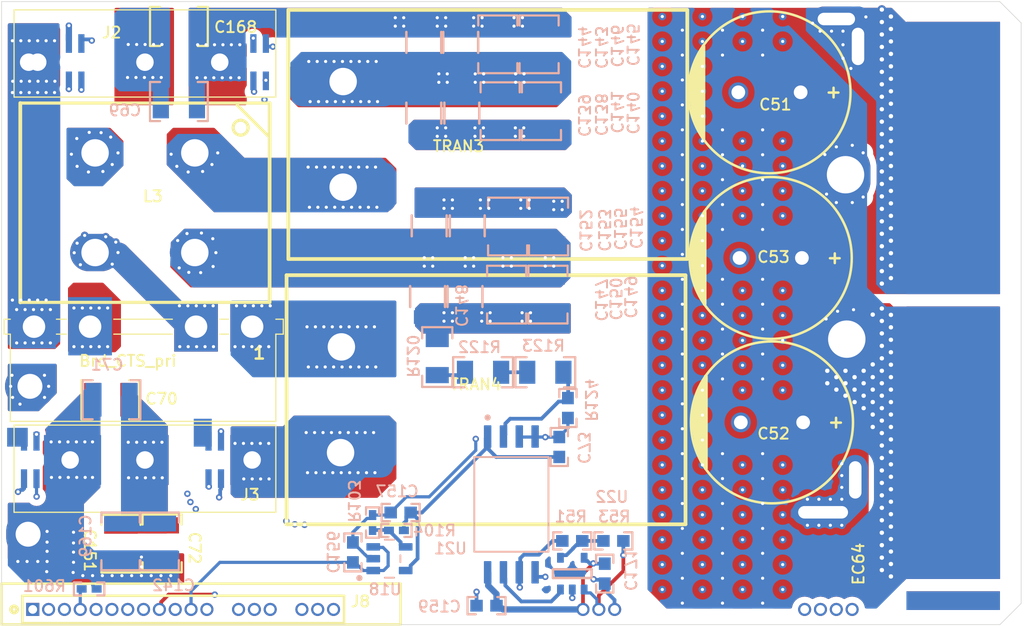
<source format=kicad_pcb>
(kicad_pcb (version 20240108) (generator "pcbnew") (generator_version "8.0")
  (layers (0 "F.Cu" signal "Top Layer") (1 "In1.Cu" signal "Layer 2") (2 "In2.Cu" signal "Layer 3") (31 "B.Cu" signal "Bottom Layer") (34 "B.Paste" user "Bottom Paste") (35 "F.Paste" user "Top Paste") (36 "B.SilkS" user "Bottom Overlay") (37 "F.SilkS" user "Top Overlay") (38 "B.Mask" user "Bottom Solder") (39 "F.Mask" user "Top Solder") (44 "Edge.Cuts" user))
  (net 0 "")
  (net 1 "VPRI")
  (net 2 "NetR51_2")
  (net 3 "NetR51_1")
  (net 4 "NetR103_2")
  (net 5 "PB_AGND-s")
  (net 6 "PB_3V3-s")
  (net 7 "NetU21_7")
  (net 8 "NetR123_1")
  (net 9 "NetR122_1")
  (net 10 "NetR120_1")
  (net 11 "3V3p_1")
  (net 12 "PB_GND_D")
  (net 13 "TEMP_2L_1")
  (net 14 "TEMP_2H_1")
  (net 15 "TEMP_1L_1")
  (net 16 "TEMP_1H_1")
  (net 17 "V0-out")
  (net 18 "12Vout")
  (net 19 "TR1_HV_P")
  (net 20 "CT1_N")
  (net 21 "PB_TX-PFC")
  (net 22 "PB_RX-PFC")
  (net 23 "PB_PGND")
  (net 24 "HVBUS")
  (net 25 "GaN2_SW")
  (net 26 "GaN2_SW_D")
  (net 27 "GaN2_INL")
  (net 28 "GaN2_INH")
  (net 29 "GaN2_12V_H")
  (net 30 "GAN1_SW1_D")
  (net 31 "GaN1_INL")
  (net 32 "GaN1_INH")
  (net 33 "GaN1_12V_H")
  (net 34 "12VL")
  (net 35 "CT2_P")
  (net 36 "CT2_N")
  (net 37 "CT1_P")
  (net 38 "PB_DGNDp")
  (net 39 "PB_AC_OK")
  (net 40 "PB_PFC_OK")
  (net 41 "NetC147_2")
  (net 42 "TR1_HV_N")
  (footprint "" (layer "F.Cu") (at 154.247395 128.79505)
    (property "Reference" "")
    (property "Value" "")
  )
  (footprint "" (layer "F.Cu") (at 173.507095 120.99506)
    (property "Reference" "")
    (property "Value" "")
  )
  (footprint "" (layer "F.Cu") (at 109.882705 110.88539)
    (property "Reference" "")
    (property "Value" "")
  )
  (footprint "Server1600-Local.PcbLib:860020378023" (layer "F.Cu") (at 169.407095 113.77795 180)
    (property "Reference" "C52")
    (property "Value" "860020378023" (hide yes))
  )
  (footprint "Server1600-Local.PcbLib:" (layer "F.Cu") (at 129.607095 80.66158 180)
    (property "Reference" "J2")
    (property "Value" "GaN Borad" (hide yes))
  )
  (footprint "" (layer "F.Cu") (at 114.707095 107.39981)
    (property "Reference" "")
    (property "Value" "")
  )
  (footprint "" (layer "F.Cu") (at 174.567395 128.79505)
    (property "Reference" "")
    (property "Value" "")
  )
  (footprint "Vault:1210_200" (layer "F.Cu") (at 116.330705 111.96105 180)
    (property "Reference" "C70")
    (property "Value" "CGA6L1X7T2J104K160AC" (hide yes))
  )
  (footprint "Vault:1210_200" (layer "F.Cu") (at 117.185305 123.51805 -90)
    (property "Reference" "C151")
    (property "Value" "CGA6L1X7T2J104K160AC" (hide yes))
  )
  (footprint "Server1600-Local.PcbLib:M52-5002045" (layer "F.Cu") (at 110.107095 128.79505)
    (property "Reference" "J8")
    (property "Value" "M52-5002045" (hide yes))
  )
  (footprint "" (layer "F.Cu") (at 173.297395 128.79505)
    (property "Reference" "")
    (property "Value" "")
  )
  (footprint "" (layer "F.Cu") (at 124.928425 84.31391)
    (property "Reference" "")
    (property "Value" "")
  )
  (footprint "" (layer "F.Cu") (at 110.229615 104.77753)
    (property "Reference" "")
    (property "Value" "")
  )
  (footprint "" (layer "F.Cu") (at 114.592095 116.79484)
    (property "Reference" "")
    (property "Value" "")
  )
  (footprint "" (layer "F.Cu") (at 109.733025 122.75717)
    (property "Reference" "")
    (property "Value" "")
  )
  (footprint "Server1600-Local.PcbLib:PQ3220-1500-400V12V_pri" (layer "F.Cu") (at 146.469095 111.96105)
    (property "Reference" "TRAN4")
    (property "Value" "PQ32" (hide yes))
  )
  (footprint "" (layer "F.Cu") (at 176.087975 118.39506)
    (property "Reference" "")
    (property "Value" "")
  )
  (footprint "Server1600-Local.PcbLib:860020378023" (layer "F.Cu") (at 169.207095 87.27795 180)
    (property "Reference" "C51")
    (property "Value" "860020378023" (hide yes))
  )
  (footprint "" (layer "F.Cu") (at 118.812655 84.34105)
    (property "Reference" "")
    (property "Value" "")
  )
  (footprint "C__Users_a0224085_Desktop_Task ongoing_0--My Designs_2021-10-27 PMP41006_Design Docs_V4.0_Main_Server1600-Local.PcbLib:EC_10035388-102LF" (layer "F.Cu") (at 189.395105 82.37005 90)
    (property "Reference" "EC64")
    (property "Value" "EDGE_CONN_PCIe-x4" (hide yes))
  )
  (footprint "Server1600-Local.PcbLib:" (layer "F.Cu") (at 108.607095 120.99506)
    (property "Reference" "J3")
    (property "Value" "GaN Borad" (hide yes))
  )
  (footprint "" (layer "F.Cu") (at 172.027395 128.79505)
    (property "Reference" "")
    (property "Value" "")
  )
  (footprint "" (layer "F.Cu") (at 175.407095 107.09512)
    (property "Reference" "")
    (property "Value" "")
  )
  (footprint "" (layer "F.Cu") (at 175.837395 128.79505)
    (property "Reference" "")
    (property "Value" "")
  )
  (footprint "Server1600-Local.PcbLib:DB_PMP41017_CST" (layer "F.Cu") (at 130.207095 106.09505 180)
    (property "Reference" "Brd_CTS_pri")
    (property "Value" "CTS daughter board" (hide yes))
  )
  (footprint "Server1600-Local.PcbLib:CHOKE-PQ2016 - H" (layer "F.Cu") (at 119.107095 96.14265 180)
    (property "Reference" "L3")
    (property "Value" "PQ2016" (hide yes))
  )
  (footprint "" (layer "F.Cu") (at 175.307095 93.89506)
    (property "Reference" "")
    (property "Value" "")
  )
  (footprint "Server1600-Local.PcbLib:PQ3220-1500-400V12V_pri" (layer "F.Cu") (at 146.611985 90.66159)
    (property "Reference" "TRAN3")
    (property "Value" "PQ32" (hide yes))
  )
  (footprint "" (layer "F.Cu") (at 174.570205 81.39506)
    (property "Reference" "")
    (property "Value" "")
  )
  (footprint "" (layer "F.Cu") (at 155.517395 128.79505)
    (property "Reference" "")
    (property "Value" "")
  )
  (footprint "Vault:1210_200" (layer "F.Cu") (at 121.831095 81.98905)
    (property "Reference" "C168")
    (property "Value" "CGA6L1X7T2J104K160AC" (hide yes))
  )
  (footprint "" (layer "F.Cu") (at 176.307095 83.59505)
    (property "Reference" "")
    (property "Value" "")
  )
  (footprint "" (layer "F.Cu") (at 114.707095 104.72205)
    (property "Reference" "")
    (property "Value" "")
  )
  (footprint "Server1600-Local.PcbLib:860020378023" (layer "F.Cu") (at 169.307095 100.57795 180)
    (property "Reference" "C53")
    (property "Value" "860020378023" (hide yes))
  )
  (footprint "" (layer "F.Cu") (at 109.778095 84.86158)
    (property "Reference" "")
    (property "Value" "")
  )
  (footprint "" (layer "F.Cu") (at 156.787395 128.79505)
    (property "Reference" "")
    (property "Value" "")
  )
  (footprint "Vault:1210_200" (layer "F.Cu") (at 120.487095 123.49506 -90)
    (property "Reference" "C72")
    (property "Value" "CGA6L1X7T2J104K160AC" (hide yes))
  )
  (footprint "Vault:0603" (layer "B.Cu") (at 155.994095 125.92133 -90)
    (property "Reference" "C171")
    (property "Value" "GCM188R71E104KA57D" (hide yes))
  )
  (footprint "Vault:0603" (layer "B.Cu") (at 156.684975 123.29412 180)
    (property "Reference" "R53")
    (property "Value" "RC0603FR-0712KL" (hide yes))
  )
  (footprint "Vault:0603" (layer "B.Cu") (at 135.789605 124.21684 90)
    (property "Reference" "C156")
    (property "Value" "C1608X7R1E104K080AA" (hide yes))
  )
  (footprint "Vault:1210_200" (layer "B.Cu") (at 120.259495 123.33058 -90)
    (property "Reference" "C142")
    (property "Value" "CGA6L1X7T2J104K160AC" (hide yes))
  )
  (footprint "Vault:0603" (layer "B.Cu") (at 146.508505 128.49437 180)
    (property "Reference" "C159")
    (property "Value" "GCM188R71E104KA57D" (hide yes))
  )
  (footprint "Vault:0603" (layer "B.Cu") (at 139.620685 121.0141 180)
    (property "Reference" "C157")
    (property "Value" "C1608X7R1E104K080AA" (hide yes))
  )
  (footprint "Vault:1210_280" (layer "B.Cu") (at 144.525545 88.94869 90)
    (property "Reference" "C138")
    (property "Value" "C3225C0G2J333J250AA" (hide yes))
  )
  (footprint "0402.PcbLib:0402" (layer "B.Cu") (at 114.630705 127.14868 180)
    (property "Reference" "R601")
    (property "Value" "" (hide yes))
  )
  (footprint "Vault:1206" (layer "B.Cu") (at 151.223415 109.75386 180)
    (property "Reference" "R123")
    (property "Value" "CRCW12061M00FKEA" (hide yes))
  )
  (footprint "Vault:1210_280" (layer "B.Cu") (at 141.476925 88.94869 90)
    (property "Reference" "C139")
    (property "Value" "C3225C0G2J333J250AA" (hide yes))
  )
  (footprint "Vault:0603" (layer "B.Cu") (at 153.388105 123.29412 180)
    (property "Reference" "R51")
    (property "Value" "RC0603FR-0712KL" (hide yes))
  )
  (footprint "Vault:1210_150" (layer "B.Cu") (at 148.123465 103.51994 90)
    (property "Reference" "C150")
    (property "Value" "CGA6J4C0G2J103J125AA" (hide yes))
  )
  (footprint "Vault:DBV0005A-MFG" (layer "B.Cu") (at 138.722095 124.72133)
    (property "Reference" "U18")
    (property "Value" "TPS7A2401DBVR" (hide yes))
  )
  (footprint "Vault:1210_200" (layer "B.Cu") (at 121.831095 88.01816)
    (property "Reference" "C69")
    (property "Value" "CGA6L1X7T2J104K160AC" (hide yes))
  )
  (footprint "Vault:1210_250" (layer "B.Cu") (at 151.480445 98.05435 90)
    (property "Reference" "C154")
    (property "Value" "CGA6N4NP02J223J230AA" (hide yes))
  )
  (footprint "Vault:1210_280" (layer "B.Cu") (at 141.911105 97.99896 90)
    (property "Reference" "C152")
    (property "Value" "C3225C0G2J333J250AA" (hide yes))
  )
  (footprint "Vault:1210_280" (layer "B.Cu") (at 141.476925 83.27122 90)
    (property "Reference" "C144")
    (property "Value" "C3225C0G2J333J250AA" (hide yes))
  )
  (footprint "Vault:1210_280" (layer "B.Cu") (at 144.961105 97.99896 90)
    (property "Reference" "C153")
    (property "Value" "C3225C0G2J333J250AA" (hide yes))
  )
  (footprint "Vault:1210_150" (layer "B.Cu") (at 148.201805 98.05435 90)
    (property "Reference" "C155")
    (property "Value" "CGA6J4C0G2J103J125AA" (hide yes))
  )
  (footprint "Vault:1206" (layer "B.Cu") (at 142.555485 108.5339 90)
    (property "Reference" "R120")
    (property "Value" "CRCW12061M00FKEA" (hide yes))
  )
  (footprint "Vault:1210_200" (layer "B.Cu") (at 117.185305 123.33058 -90)
    (property "Reference" "C169")
    (property "Value" "CGA6L1X7T2J104K160AC" (hide yes))
  )
  (footprint "Vault:DWV0008A-MFG" (layer "B.Cu") (at 148.501095 120.36265 -90)
    (property "Reference" "U21")
    (property "Value" "AMC1311BQDWVRQ1" (hide yes))
  )
  (footprint "Vault:1210_150" (layer "B.Cu") (at 147.600735 88.79331 90)
    (property "Reference" "C141")
    (property "Value" "CGA6J4C0G2J103J125AA" (hide yes))
  )
  (footprint "Vault:1210_150" (layer "B.Cu") (at 147.412295 83.4266 90)
    (property "Reference" "C146")
    (property "Value" "CGA6J4C0G2J103J125AA" (hide yes))
  )
  (footprint "Vault:1206" (layer "B.Cu") (at 146.230145 109.75386 180)
    (property "Reference" "R122")
    (property "Value" "CRCW12061M00FKEA" (hide yes))
  )
  (footprint "Vault:1210_280" (layer "B.Cu") (at 144.437095 83.27122 90)
    (property "Reference" "C143")
    (property "Value" "C3225C0G2J333J250AA" (hide yes))
  )
  (footprint "Vault:1210_250" (layer "B.Cu") (at 150.725655 83.4266 90)
    (property "Reference" "C145")
    (property "Value" "CGA6N4NP02J223J230AA" (hide yes))
  )
  (footprint "Vault:1210_280" (layer "B.Cu") (at 141.780155 103.67532 90)
    (property "Reference" "C148")
    (property "Value" "C3225C0G2J333J250AA" (hide yes))
  )
  (footprint "Vault:0603" (layer "B.Cu") (at 153.036455 112.62531 90)
    (property "Reference" "R124")
    (property "Value" "RC0603FR-0712KL" (hide yes))
  )
  (footprint "Vault:1210_200" (layer "B.Cu") (at 116.424875 111.96105 180)
    (property "Reference" "C71")
    (property "Value" "CGA6L1X7T2J104K160AC" (hide yes))
  )
  (footprint "0402.PcbLib:0402" (layer "B.Cu") (at 137.366535 121.81948 -90)
    (property "Reference" "R103")
    (property "Value" "" (hide yes))
  )
  (footprint "Vault:1210_280" (layer "B.Cu") (at 144.780155 103.67532 90)
    (property "Reference" "C147")
    (property "Value" "C3225C0G2J333J250AA" (hide yes))
  )
  (footprint "Vault:1210_250" (layer "B.Cu") (at 151.436825 103.51994 90)
    (property "Reference" "C149")
    (property "Value" "CGA6N4NP02J223J230AA" (hide yes))
  )
  (footprint "0402.PcbLib:0402" (layer "B.Cu") (at 139.279675 122.45448)
    (property "Reference" "R104")
    (property "Value" "" (hide yes))
  )
  (footprint "Vault:DBV0005A_L" (layer "B.Cu") (at 153.388105 125.92133 90)
    (property "Reference" "U22")
    (property "Value" "TS321IDBVR" (hide yes))
  )
  (footprint "Vault:1210_250" (layer "B.Cu") (at 150.914095 88.79331 90)
    (property "Reference" "C140")
    (property "Value" "CGA6N4NP02J223J230AA" (hide yes))
  )
  (footprint "Vault:0603" (layer "B.Cu") (at 152.344535 115.75385 90)
    (property "Reference" "C73")
    (property "Value" "GCM188R71E104KA57D" (hide yes))
  )
  (gr_rect (start 129.157095 114.31055) (end 131.046825 119.63854) (fill solid) (layer "F.Cu") (net 25))
  (gr_rect (start 114.873975 113.99506) (end 115.486125 118.81338) (fill solid) (layer "F.Cu") (net 23))
  (gr_rect (start 180.190225 81.65172) (end 187.702585 103.47355) (fill solid) (layer "F.Cu") (net 17))
  (gr_rect (start 180.180835 104.51637) (end 187.704335 126.34709) (fill solid) (layer "F.Cu") (net 18))
  (gr_rect (start 180.180835 104.51637) (end 187.704335 126.34709) (fill solid) (layer "B.Cu") (net 18))
  (gr_rect (start 108.051595 114.21531) (end 109.707095 115.72324) (fill solid) (layer "B.Cu") (net 13))
  (gr_rect (start 123.022955 113.48505) (end 124.465395 115.72324) (fill solid) (layer "B.Cu") (net 14))
  (gr_rect (start 129.157095 114.31055) (end 131.046825 119.34265) (fill solid) (layer "B.Cu") (net 25))
  (gr_rect (start 180.190225 81.65172) (end 187.702585 103.47355) (fill solid) (layer "B.Cu") (net 17))
  (gr_line (start 107.611975 129.99505) (end 139.611975 129.99505) (stroke (width 0.2)) (layer "F.SilkS"))
  (gr_line (start 139.611975 129.99505) (end 139.611975 126.72206) (stroke (width 0.2)) (layer "F.SilkS"))
  (gr_line (start 107.611975 126.72206) (end 139.611975 126.72206) (stroke (width 0.2)) (layer "F.SilkS"))
  (gr_line (start 107.611975 129.99505) (end 107.611975 126.72206) (stroke (width 0.2)) (layer "F.SilkS"))
  (gr_line (start 187.695105 130.01215) (end 107.607095 130.01215) (stroke (width 0.05)) (layer "Edge.Cuts"))
  (gr_line (start 107.607095 130.01215) (end 107.607095 79.99506) (stroke (width 0.05)) (layer "Edge.Cuts"))
  (gr_line (start 189.395105 128.31215) (end 187.695105 130.01215) (stroke (width 0.05)) (layer "Edge.Cuts"))
  (gr_line (start 187.678565 79.99505) (end 189.395105 81.71158) (stroke (width 0.05)) (layer "Edge.Cuts"))
  (gr_line (start 107.607095 79.99506) (end 177.607095 79.99506) (stroke (width 0.05)) (layer "Edge.Cuts"))
  (gr_line (start 189.395105 81.71158) (end 189.395105 128.31215) (stroke (width 0.05)) (layer "Edge.Cuts"))
  (gr_line (start 177.607095 79.99506) (end 187.678565 79.99505) (stroke (width 0.05)) (layer "Edge.Cuts"))
  (segment (start 157.484975 125.70845) (end 157.484975 124.44127) (width 0.3) (layer "F.Cu") (net 1))
  (segment (start 155.517395 127.67604) (end 157.484975 125.70845) (width 0.3) (layer "F.Cu") (net 1))
  (segment (start 155.517395 128.79505) (end 155.517395 127.67604) (width 0.3) (layer "F.Cu") (net 1))
  (via (at 157.484975 124.44127) (size 0.508) (drill 0.254) (layers "F.Cu" "B.Cu") (net 1))
  (segment (start 157.484975 124.44127) (end 157.484975 123.29412) (width 0.3) (layer "B.Cu") (net 1))
  (segment (start 154.849405 127.46933) (end 155.365085 127.98501) (width 0.254) (layer "B.Cu") (net 1))
  (segment (start 154.338105 127.32133) (end 154.338105 127.19633) (width 0.254) (layer "B.Cu") (net 1))
  (segment (start 155.365085 128.64275) (end 155.365085 127.98501) (width 0.254) (layer "B.Cu") (net 1))
  (segment (start 154.486105 127.46933) (end 154.849405 127.46933) (width 0.254) (layer "B.Cu") (net 1))
  (segment (start 155.365085 128.64275) (end 155.517395 128.79505) (width 0.254) (layer "B.Cu") (net 1))
  (segment (start 154.338105 127.32133) (end 154.486105 127.46933) (width 0.254) (layer "B.Cu") (net 1))
  (via (at 149.177305 127.02943) (size 0.508) (drill 0.254) (layers "F.Cu" "B.Cu") (net 2))
  (segment (start 149.214505 125.73424) (end 149.214505 124.68453) (width 0.3) (layer "B.Cu") (net 2))
  (segment (start 150.704995 124.40158) (end 151.812455 123.29412) (width 0.3) (layer "B.Cu") (net 2))
  (segment (start 149.136095 125.81265) (end 149.156705 125.83325) (width 0.3) (layer "B.Cu") (net 2))
  (segment (start 149.136095 125.81265) (end 149.214505 125.73424) (width 0.3) (layer "B.Cu") (net 2))
  (segment (start 149.156705 127.00882) (end 149.156705 125.83325) (width 0.3) (layer "B.Cu") (net 2))
  (segment (start 149.497465 124.40158) (end 150.704995 124.40158) (width 0.3) (layer "B.Cu") (net 2))
  (segment (start 149.214505 124.68453) (end 149.497465 124.40158) (width 0.3) (layer "B.Cu") (net 2))
  (segment (start 149.156705 127.00882) (end 149.177305 127.02943) (width 0.3) (layer "B.Cu") (net 2))
  (segment (start 151.812455 123.29412) (end 152.588105 123.29412) (width 0.3) (layer "B.Cu") (net 2))
  (segment (start 153.441305 123.91542) (end 153.441305 123.89468) (width 0.3) (layer "B.Cu") (net 3))
  (segment (start 153.441305 123.89468) (end 153.716865 123.61912) (width 0.3) (layer "B.Cu") (net 3))
  (segment (start 154.188105 123.29412) (end 155.884975 123.29412) (width 0.3) (layer "B.Cu") (net 3))
  (segment (start 153.716865 123.61912) (end 153.863105 123.61912) (width 0.3) (layer "B.Cu") (net 3))
  (segment (start 153.863105 123.61912) (end 154.188105 123.29412) (width 0.3) (layer "B.Cu") (net 3))
  (segment (start 152.915445 124.44127) (end 153.441305 123.91542) (width 0.3) (layer "B.Cu") (net 3))
  (segment (start 152.563105 124.44127) (end 152.915445 124.44127) (width 0.3) (layer "B.Cu") (net 3))
  (segment (start 152.438105 124.56627) (end 152.563105 124.44127) (width 0.3) (layer "B.Cu") (net 3))
  (segment (start 152.438105 124.64633) (end 152.438105 124.56627) (width 0.3) (layer "B.Cu") (net 3))
  (segment (start 138.929685 122.70448) (end 139.622095 123.39689) (width 0.3) (layer "B.Cu") (net 4))
  (segment (start 139.622095 123.62133) (end 139.622095 123.39689) (width 0.3) (layer "B.Cu") (net 4))
  (segment (start 138.779685 122.45448) (end 138.929685 122.60448) (width 0.3) (layer "B.Cu") (net 4))
  (segment (start 138.644685 122.41948) (end 138.679675 122.45448) (width 0.3) (layer "B.Cu") (net 4))
  (segment (start 137.366535 122.41948) (end 138.644685 122.41948) (width 0.3) (layer "B.Cu") (net 4))
  (segment (start 138.929685 122.70448) (end 138.929685 122.60448) (width 0.3) (layer "B.Cu") (net 4))
  (segment (start 139.772095 123.77133) (end 140.022095 123.77133) (width 0.3) (layer "B.Cu") (net 4))
  (segment (start 139.622095 123.62133) (end 139.772095 123.77133) (width 0.3) (layer "B.Cu") (net 4))
  (segment (start 138.679675 122.45448) (end 138.779685 122.45448) (width 0.3) (layer "B.Cu") (net 4))
  (via (at 145.708515 127.37976) (size 0.508) (drill 0.254) (layers "F.Cu" "B.Cu") (net 5))
  (via (at 155.095345 126.37133) (size 0.508) (drill 0.254) (layers "F.Cu" "B.Cu") (net 5))
  (via (at 153.388105 127.87207) (size 0.508) (drill 0.254) (layers "F.Cu" "B.Cu") (net 5))
  (via (at 151.223415 126.17927) (size 0.508) (drill 0.254) (layers "F.Cu" "B.Cu") (net 5))
  (segment (start 145.708515 128.49437) (end 145.708515 127.37976) (width 0.3) (layer "B.Cu") (net 5))
  (segment (start 155.689235 126.41647) (end 156.236475 126.96371) (width 0.3) (layer "B.Cu") (net 5))
  (segment (start 155.196775 126.41647) (end 155.689235 126.41647) (width 0.3) (layer "B.Cu") (net 5))
  (segment (start 156.236475 127.49035) (end 156.236475 126.96371) (width 0.3) (layer "B.Cu") (net 5))
  (segment (start 150.348495 125.75505) (end 150.406095 125.81265) (width 0.3) (layer "B.Cu") (net 5))
  (segment (start 156.774865 128.78253) (end 156.787395 128.79505) (width 0.3) (layer "B.Cu") (net 5))
  (segment (start 156.774865 128.78253) (end 156.774865 128.02873) (width 0.3) (layer "B.Cu") (net 5))
  (segment (start 156.236475 127.49035) (end 156.774865 128.02873) (width 0.3) (layer "B.Cu") (net 5))
  (segment (start 153.388105 127.87207) (end 153.388105 127.19633) (width 0.3) (layer "B.Cu") (net 5))
  (segment (start 150.463735 126.17927) (end 151.223415 126.17927) (width 0.3) (layer "B.Cu") (net 5))
  (segment (start 155.095345 126.37133) (end 155.151635 126.37133) (width 0.3) (layer "B.Cu") (net 5))
  (segment (start 150.406095 126.23691) (end 150.463735 126.17927) (width 0.3) (layer "B.Cu") (net 5))
  (segment (start 155.151635 126.37133) (end 155.196775 126.41647) (width 0.3) (layer "B.Cu") (net 5))
  (segment (start 154.247395 128.79505) (end 154.247395 125.92949) (width 0.3) (layer "F.Cu") (net 6))
  (segment (start 154.247395 125.92949) (end 155.075445 125.10143) (width 0.3) (layer "F.Cu") (net 6))
  (via (at 155.075445 125.10143) (size 0.508) (drill 0.254) (layers "F.Cu" "B.Cu") (net 6))
  (segment (start 146.646095 126.89137) (end 146.646095 125.86265) (width 0.5) (layer "B.Cu") (net 6))
  (segment (start 146.646095 126.89137) (end 147.308505 127.55378) (width 0.5) (layer "B.Cu") (net 6))
  (segment (start 147.308505 128.49437) (end 147.308505 127.55378) (width 0.5) (layer "B.Cu") (net 6))
  (segment (start 154.463105 124.89633) (end 154.588105 124.89633) (width 0.3) (layer "B.Cu") (net 6))
  (segment (start 154.588105 124.89633) (end 154.813095 125.12133) (width 0.3) (layer "B.Cu") (net 6))
  (segment (start 147.308505 128.49437) (end 147.533515 128.71937) (width 0.5) (layer "B.Cu") (net 6))
  (segment (start 154.338105 124.77133) (end 154.463105 124.89633) (width 0.3) (layer "B.Cu") (net 6))
  (segment (start 147.775725 128.71937) (end 147.851405 128.79505) (width 0.5) (layer "B.Cu") (net 6))
  (segment (start 154.813095 125.12133) (end 155.075445 125.12133) (width 0.3) (layer "B.Cu") (net 6))
  (segment (start 154.338105 124.77133) (end 154.338105 124.64633) (width 0.3) (layer "B.Cu") (net 6))
  (segment (start 147.851405 128.79505) (end 154.247395 128.79505) (width 0.5) (layer "B.Cu") (net 6))
  (segment (start 155.075445 125.12133) (end 155.994095 125.12133) (width 0.3) (layer "B.Cu") (net 6))
  (segment (start 147.533515 128.71937) (end 147.775725 128.71937) (width 0.5) (layer "B.Cu") (net 6))
  (segment (start 148.016095 126.87179) (end 148.016095 126.29825) (width 0.3) (layer "B.Cu") (net 7))
  (segment (start 152.313105 127.32133) (end 152.438105 127.19633) (width 0.3) (layer "B.Cu") (net 7))
  (segment (start 148.016095 126.87179) (end 149.297865 128.15356) (width 0.3) (layer "B.Cu") (net 7))
  (segment (start 151.703615 128.15356) (end 152.313105 127.54407) (width 0.3) (layer "B.Cu") (net 7))
  (segment (start 149.297865 128.15356) (end 151.703615 128.15356) (width 0.3) (layer "B.Cu") (net 7))
  (segment (start 152.313105 127.54407) (end 152.313105 127.32133) (width 0.3) (layer "B.Cu") (net 7))
  (segment (start 147.866095 114.91265) (end 148.016095 114.76265) (width 0.3) (layer "B.Cu") (net 8))
  (segment (start 153.058185 111.64041) (end 153.058185 110.13863) (width 0.3) (layer "B.Cu") (net 8))
  (segment (start 152.299445 112.0997) (end 152.762055 112.0997) (width 0.3) (layer "B.Cu") (net 8))
  (segment (start 150.914095 113.48505) (end 152.299445 112.0997) (width 0.3) (layer "B.Cu") (net 8))
  (segment (start 152.762055 112.0997) (end 153.036455 111.82531) (width 0.3) (layer "B.Cu") (net 8))
  (segment (start 148.404075 113.48505) (end 150.914095 113.48505) (width 0.3) (layer "B.Cu") (net 8))
  (segment (start 152.673415 109.75386) (end 153.058185 110.13863) (width 0.3) (layer "B.Cu") (net 8))
  (segment (start 148.016095 113.87304) (end 148.404075 113.48505) (width 0.3) (layer "B.Cu") (net 8))
  (segment (start 148.016095 114.76265) (end 148.016095 113.87304) (width 0.3) (layer "B.Cu") (net 8))
  (segment (start 147.680145 109.75386) (end 149.773415 109.75386) (width 0.3) (layer "B.Cu") (net 9))
  (segment (start 144.550105 109.9839) (end 144.780155 109.75386) (width 0.3) (layer "B.Cu") (net 10))
  (segment (start 142.555485 109.9839) (end 144.550105 109.9839) (width 0.3) (layer "B.Cu") (net 10))
  (segment (start 140.802525 121.3391) (end 140.978265 121.51484) (width 0.3) (layer "B.Cu") (net 11))
  (segment (start 140.733955 121.0141) (end 141.329965 121.0141) (width 0.3) (layer "B.Cu") (net 11))
  (segment (start 146.446095 115.06265) (end 146.596095 114.91265) (width 0.3) (layer "B.Cu") (net 11))
  (segment (start 147.279245 116.55386) (end 152.344535 116.55386) (width 0.3) (layer "B.Cu") (net 11))
  (segment (start 140.396625 121.0141) (end 140.420685 121.0141) (width 0.3) (layer "B.Cu") (net 11))
  (segment (start 140.071625 121.67643) (end 140.071625 121.3391) (width 0.3) (layer "B.Cu") (net 11))
  (segment (start 140.071625 121.3391) (end 140.396625 121.0141) (width 0.3) (layer "B.Cu") (net 11))
  (segment (start 140.422095 125.52133) (end 140.422095 125.27133) (width 0.3) (layer "B.Cu") (net 11))
  (segment (start 146.691955 115.96657) (end 146.691955 115.00851) (width 0.3) (layer "B.Cu") (net 11))
  (segment (start 140.420685 121.0141) (end 140.733955 121.0141) (width 0.3) (layer "B.Cu") (net 11))
  (segment (start 140.978265 124.71516) (end 140.978265 121.51484) (width 0.3) (layer "B.Cu") (net 11))
  (segment (start 146.691955 115.96657) (end 147.279245 116.55386) (width 0.3) (layer "B.Cu") (net 11))
  (segment (start 140.733955 121.30236) (end 140.770695 121.3391) (width 0.3) (layer "B.Cu") (net 11))
  (segment (start 140.733955 121.30236) (end 140.733955 121.0141) (width 0.3) (layer "B.Cu") (net 11))
  (segment (start 141.329965 121.0141) (end 146.446095 115.89796) (width 0.3) (layer "B.Cu") (net 11))
  (segment (start 139.879675 121.86837) (end 140.071625 121.67643) (width 0.3) (layer "B.Cu") (net 11))
  (segment (start 140.770695 121.3391) (end 140.802525 121.3391) (width 0.3) (layer "B.Cu") (net 11))
  (segment (start 146.596095 114.91265) (end 146.691955 115.00851) (width 0.3) (layer "B.Cu") (net 11))
  (segment (start 140.022095 125.67133) (end 140.272095 125.67133) (width 0.3) (layer "B.Cu") (net 11))
  (segment (start 139.879675 122.45448) (end 139.879675 121.86837) (width 0.3) (layer "B.Cu") (net 11))
  (segment (start 140.272095 125.67133) (end 140.422095 125.52133) (width 0.3) (layer "B.Cu") (net 11))
  (segment (start 140.422095 125.27133) (end 140.978265 124.71516) (width 0.3) (layer "B.Cu") (net 11))
  (segment (start 146.446095 115.89796) (end 146.446095 115.06265) (width 0.3) (layer "B.Cu") (net 11))
  (segment (start 120.267095 128.79505) (end 120.410605 128.65155) (width 0.3) (layer "F.Cu") (net 12))
  (segment (start 120.410605 128.65155) (end 120.410605 128.19562) (width 0.3) (layer "F.Cu") (net 12))
  (segment (start 121.001725 127.6045) (end 124.705595 127.6045) (width 0.3) (layer "F.Cu") (net 12))
  (segment (start 120.410605 128.19562) (end 121.001725 127.6045) (width 0.3) (layer "F.Cu") (net 12))
  (via (at 124.705595 127.6045) (size 0.508) (drill 0.254) (layers "F.Cu" "B.Cu") (net 12))
  (via (at 127.800095 82.93206) (size 0.508) (drill 0.254) (layers "F.Cu" "B.Cu") (net 12))
  (via (at 122.512085 119.50648) (size 0.508) (drill 0.254) (layers "F.Cu" "B.Cu") (net 12))
  (via (at 110.414835 119.73379) (size 0.508) (drill 0.254) (layers "F.Cu" "B.Cu") (net 12))
  (segment (start 110.360045 118.99157) (end 110.410965 119.04249) (width 0.254) (layer "B.Cu") (net 12))
  (segment (start 110.410965 119.72993) (end 110.414835 119.73379) (width 0.254) (layer "B.Cu") (net 12))
  (segment (start 110.360045 118.99157) (end 110.360045 118.0421) (width 0.254) (layer "B.Cu") (net 12))
  (segment (start 127.800095 82.93206) (end 127.803605 82.93556) (width 0.254) (layer "B.Cu") (net 12))
  (segment (start 127.803605 83.65809) (end 127.807105 83.66159) (width 0.254) (layer "B.Cu") (net 12))
  (segment (start 110.410965 119.72993) (end 110.410965 119.04249) (width 0.254) (layer "B.Cu") (net 12))
  (segment (start 110.360045 118.0421) (end 110.407095 117.99506) (width 0.254) (layer "B.Cu") (net 12))
  (segment (start 120.254385 128.78234) (end 120.267095 128.79505) (width 0.254) (layer "B.Cu") (net 12))
  (via (at 128.807095 86.31159) (size 0.508) (drill 0.254) (layers "F.Cu" "B.Cu") (net 15))
  (segment (start 128.807095 86.31159) (end 128.807095 86.06159) (width 0.3) (layer "B.Cu") (net 15))
  (via (at 114.007105 87.06905) (size 0.508) (drill 0.254) (layers "F.Cu" "B.Cu") (net 16))
  (segment (start 114.007105 87.06905) (end 114.007105 86.06159) (width 0.3) (layer "B.Cu") (net 16))
  (via (at 178.948215 88.19506) (size 0.7) (drill 0.35) (layers "F.Cu" "B.Cu") (net 17))
  (via (at 175.007075 118.99797) (size 0.6096) (drill 0.254) (layers "F.Cu" "B.Cu") (net 17))
  (via (at 172.250095 119.94906) (size 0.6096) (drill 0.254) (layers "F.Cu" "B.Cu") (net 17))
  (via (at 178.948215 99.19506) (size 0.7) (drill 0.35) (layers "F.Cu" "B.Cu") (net 17))
  (via (at 160.607095 87.19506) (size 0.6096) (drill 0.254) (layers "F.Cu" "B.Cu") (net 17))
  (via (at 178.219095 89.63625) (size 0.7) (drill 0.35) (layers "F.Cu" "B.Cu") (net 17))
  (via (at 163.827095 93.19506) (size 0.6096) (drill 0.254) (layers "F.Cu" "B.Cu") (net 17))
  (via (at 178.948215 85.19506) (size 0.7) (drill 0.35) (layers "F.Cu" "B.Cu") (net 17))
  (via (at 163.827095 83.19506) (size 0.6096) (drill 0.254) (layers "F.Cu" "B.Cu") (net 17))
  (via (at 178.219095 80.63625) (size 0.7) (drill 0.35) (layers "F.Cu" "B.Cu") (net 17))
  (via (at 163.827095 125.19505) (size 0.6096) (drill 0.254) (layers "F.Cu" "B.Cu") (net 17))
  (via (at 163.827095 97.19505) (size 0.6096) (drill 0.254) (layers "F.Cu" "B.Cu") (net 17))
  (via (at 176.939505 81.22706) (size 0.6096) (drill 0.254) (layers "F.Cu" "B.Cu") (net 17))
  (via (at 173.169095 119.94906) (size 0.6096) (drill 0.254) (layers "F.Cu" "B.Cu") (net 17))
  (via (at 167.047095 103.19506) (size 0.6096) (drill 0.254) (layers "F.Cu" "B.Cu") (net 17))
  (via (at 160.607095 89.19506) (size 0.6096) (drill 0.254) (layers "F.Cu" "B.Cu") (net 17))
  (via (at 178.948215 95.19506) (size 0.7) (drill 0.35) (layers "F.Cu" "B.Cu") (net 17))
  (via (at 178.948215 98.19506) (size 0.7) (drill 0.35) (layers "F.Cu" "B.Cu") (net 17))
  (via (at 170.267095 127.19506) (size 0.6096) (drill 0.254) (layers "F.Cu" "B.Cu") (net 17))
  (via (at 163.827095 85.19506) (size 0.6096) (drill 0.254) (layers "F.Cu" "B.Cu") (net 17))
  (via (at 170.267095 93.19506) (size 0.6096) (drill 0.254) (layers "F.Cu" "B.Cu") (net 17))
  (via (at 163.827095 107.19505) (size 0.6096) (drill 0.254) (layers "F.Cu" "B.Cu") (net 17))
  (via (at 178.219095 96.63625) (size 0.7) (drill 0.35) (layers "F.Cu" "B.Cu") (net 17))
  (via (at 178.948215 92.19506) (size 0.7) (drill 0.35) (layers "F.Cu" "B.Cu") (net 17))
  (via (at 178.948215 96.19506) (size 0.7) (drill 0.35) (layers "F.Cu" "B.Cu") (net 17))
  (via (at 160.607095 107.19505) (size 0.6096) (drill 0.254) (layers "F.Cu" "B.Cu") (net 17))
  (via (at 170.267095 109.19506) (size 0.6096) (drill 0.254) (layers "F.Cu" "B.Cu") (net 17))
  (via (at 175.104085 84.54839) (size 0.6096) (drill 0.254) (layers "F.Cu" "B.Cu") (net 17))
  (via (at 170.267095 107.19505) (size 0.6096) (drill 0.254) (layers "F.Cu" "B.Cu") (net 17))
  (via (at 178.948215 102.19506) (size 0.7) (drill 0.35) (layers "F.Cu" "B.Cu") (net 17))
  (via (at 175.007075 119.94906) (size 0.6096) (drill 0.254) (layers "F.Cu" "B.Cu") (net 17))
  (via (at 160.607095 111.19506) (size 0.6096) (drill 0.254) (layers "F.Cu" "B.Cu") (net 17))
  (via (at 163.827095 121.19505) (size 0.6096) (drill 0.254) (layers "F.Cu" "B.Cu") (net 17))
  (via (at 163.827095 99.19506) (size 0.6096) (drill 0.254) (layers "F.Cu" "B.Cu") (net 17))
  (via (at 163.827095 105.19506) (size 0.6096) (drill 0.254) (layers "F.Cu" "B.Cu") (net 17))
  (via (at 178.948215 101.19506) (size 0.7) (drill 0.35) (layers "F.Cu" "B.Cu") (net 17))
  (via (at 160.607095 95.19506) (size 0.6096) (drill 0.254) (layers "F.Cu" "B.Cu") (net 17))
  (via (at 167.047095 109.19506) (size 0.6096) (drill 0.254) (layers "F.Cu" "B.Cu") (net 17))
  (via (at 160.607095 101.19506) (size 0.6096) (drill 0.254) (layers "F.Cu" "B.Cu") (net 17))
  (via (at 178.948215 86.19506) (size 0.7) (drill 0.35) (layers "F.Cu" "B.Cu") (net 17))
  (via (at 160.607095 119.19506) (size 0.6096) (drill 0.254) (layers "F.Cu" "B.Cu") (net 17))
  (via (at 178.219095 99.63625) (size 0.7) (drill 0.35) (layers "F.Cu" "B.Cu") (net 17))
  (via (at 167.047095 107.19505) (size 0.6096) (drill 0.254) (layers "F.Cu" "B.Cu") (net 17))
  (via (at 163.827095 91.19506) (size 0.6096) (drill 0.254) (layers "F.Cu" "B.Cu") (net 17))
  (via (at 170.267095 95.19506) (size 0.6096) (drill 0.254) (layers "F.Cu" "B.Cu") (net 17))
  (via (at 163.827095 101.19506) (size 0.6096) (drill 0.254) (layers "F.Cu" "B.Cu") (net 17))
  (via (at 167.047095 105.19506) (size 0.6096) (drill 0.254) (layers "F.Cu" "B.Cu") (net 17))
  (via (at 160.607095 113.19506) (size 0.6096) (drill 0.254) (layers "F.Cu" "B.Cu") (net 17))
  (via (at 178.948215 84.19506) (size 0.7) (drill 0.35) (layers "F.Cu" "B.Cu") (net 17))
  (via (at 163.827095 113.19506) (size 0.6096) (drill 0.254) (layers "F.Cu" "B.Cu") (net 17))
  (via (at 178.219095 98.63625) (size 0.7) (drill 0.35) (layers "F.Cu" "B.Cu") (net 17))
  (via (at 170.267095 125.19505) (size 0.6096) (drill 0.254) (layers "F.Cu" "B.Cu") (net 17))
  (via (at 178.948215 83.19506) (size 0.7) (drill 0.35) (layers "F.Cu" "B.Cu") (net 17))
  (via (at 178.219095 86.63625) (size 0.7) (drill 0.35) (layers "F.Cu" "B.Cu") (net 17))
  (via (at 167.047095 83.19506) (size 0.6096) (drill 0.254) (layers "F.Cu" "B.Cu") (net 17))
  (via (at 170.267095 121.19505) (size 0.6096) (drill 0.254) (layers "F.Cu" "B.Cu") (net 17))
  (via (at 170.267095 83.19506) (size 0.6096) (drill 0.254) (layers "F.Cu" "B.Cu") (net 17))
  (via (at 175.007075 122.04106) (size 0.6096) (drill 0.254) (layers "F.Cu" "B.Cu") (net 17))
  (via (at 178.219095 102.63626) (size 0.7) (drill 0.35) (layers "F.Cu" "B.Cu") (net 17))
  (via (at 163.827095 127.19506) (size 0.6096) (drill 0.254) (layers "F.Cu" "B.Cu") (net 17))
  (via (at 178.948215 87.19506) (size 0.7) (drill 0.35) (layers "F.Cu" "B.Cu") (net 17))
  (via (at 175.104085 82.37006) (size 0.6096) (drill 0.254) (layers "F.Cu" "B.Cu") (net 17))
  (via (at 175.007075 118.04688) (size 0.6096) (drill 0.254) (layers "F.Cu" "B.Cu") (net 17))
  (via (at 160.607095 97.19505) (size 0.6096) (drill 0.254) (layers "F.Cu" "B.Cu") (net 17))
  (via (at 170.267095 117.19506) (size 0.6096) (drill 0.254) (layers "F.Cu" "B.Cu") (net 17))
  (via (at 170.267095 119.19506) (size 0.6096) (drill 0.254) (layers "F.Cu" "B.Cu") (net 17))
  (via (at 163.827095 103.19506) (size 0.6096) (drill 0.254) (layers "F.Cu" "B.Cu") (net 17))
  (via (at 163.827095 89.19506) (size 0.6096) (drill 0.254) (layers "F.Cu" "B.Cu") (net 17))
  (via (at 160.607095 105.19506) (size 0.6096) (drill 0.254) (layers "F.Cu" "B.Cu") (net 17))
  (via (at 160.607095 109.19506) (size 0.6096) (drill 0.254) (layers "F.Cu" "B.Cu") (net 17))
  (via (at 178.948215 82.19506) (size 0.7) (drill 0.35) (layers "F.Cu" "B.Cu") (net 17))
  (via (at 160.607095 103.19506) (size 0.6096) (drill 0.254) (layers "F.Cu" "B.Cu") (net 17))
  (via (at 160.607095 83.19506) (size 0.6096) (drill 0.254) (layers "F.Cu" "B.Cu") (net 17))
  (via (at 170.267095 123.19506) (size 0.6096) (drill 0.254) (layers "F.Cu" "B.Cu") (net 17))
  (via (at 160.607095 127.19506) (size 0.6096) (drill 0.254) (layers "F.Cu" "B.Cu") (net 17))
  (via (at 160.607095 123.19506) (size 0.6096) (drill 0.254) (layers "F.Cu" "B.Cu") (net 17))
  (via (at 175.007075 117.09579) (size 0.6096) (drill 0.254) (layers "F.Cu" "B.Cu") (net 17))
  (via (at 167.047095 123.19506) (size 0.6096) (drill 0.254) (layers "F.Cu" "B.Cu") (net 17))
  (via (at 178.219095 90.63625) (size 0.7) (drill 0.35) (layers "F.Cu" "B.Cu") (net 17))
  (via (at 178.948215 100.19506) (size 0.7) (drill 0.35) (layers "F.Cu" "B.Cu") (net 17))
  (via (at 178.219095 84.63625) (size 0.7) (drill 0.35) (layers "F.Cu" "B.Cu") (net 17))
  (via (at 167.047095 127.19506) (size 0.6096) (drill 0.254) (layers "F.Cu" "B.Cu") (net 17))
  (via (at 173.169095 122.04106) (size 0.6096) (drill 0.254) (layers "F.Cu" "B.Cu") (net 17))
  (via (at 170.267095 91.19506) (size 0.6096) (drill 0.254) (layers "F.Cu" "B.Cu") (net 17))
  (via (at 160.607095 117.19506) (size 0.6096) (drill 0.254) (layers "F.Cu" "B.Cu") (net 17))
  (via (at 170.267095 111.19506) (size 0.6096) (drill 0.254) (layers "F.Cu" "B.Cu") (net 17))
  (via (at 160.607095 91.19506) (size 0.6096) (drill 0.254) (layers "F.Cu" "B.Cu") (net 17))
  (via (at 175.737805 85.36489) (size 0.6096) (drill 0.254) (layers "F.Cu" "B.Cu") (net 17))
  (via (at 163.827095 115.19505) (size 0.6096) (drill 0.254) (layers "F.Cu" "B.Cu") (net 17))
  (via (at 178.219095 93.63625) (size 0.7) (drill 0.35) (layers "F.Cu" "B.Cu") (net 17))
  (via (at 178.948215 97.19506) (size 0.7) (drill 0.35) (layers "F.Cu" "B.Cu") (net 17))
  (via (at 178.948215 81.19506) (size 0.7) (drill 0.35) (layers "F.Cu" "B.Cu") (net 17))
  (via (at 170.267095 105.19506) (size 0.6096) (drill 0.254) (layers "F.Cu" "B.Cu") (net 17))
  (via (at 174.088085 122.04106) (size 0.6096) (drill 0.254) (layers "F.Cu" "B.Cu") (net 17))
  (via (at 178.219095 82.63625) (size 0.7) (drill 0.35) (layers "F.Cu" "B.Cu") (net 17))
  (via (at 178.219095 83.63625) (size 0.7) (drill 0.35) (layers "F.Cu" "B.Cu") (net 17))
  (via (at 170.267095 103.19506) (size 0.6096) (drill 0.254) (layers "F.Cu" "B.Cu") (net 17))
  (via (at 163.827095 109.19506) (size 0.6096) (drill 0.254) (layers "F.Cu" "B.Cu") (net 17))
  (via (at 160.607095 125.19505) (size 0.6096) (drill 0.254) (layers "F.Cu" "B.Cu") (net 17))
  (via (at 167.047095 119.19506) (size 0.6096) (drill 0.254) (layers "F.Cu" "B.Cu") (net 17))
  (via (at 163.827095 111.19506) (size 0.6096) (drill 0.254) (layers "F.Cu" "B.Cu") (net 17))
  (via (at 178.948215 89.19506) (size 0.7) (drill 0.35) (layers "F.Cu" "B.Cu") (net 17))
  (via (at 172.661275 81.73162) (size 0.6096) (drill 0.254) (layers "F.Cu" "B.Cu") (net 17))
  (via (at 178.948215 94.19506) (size 0.7) (drill 0.35) (layers "F.Cu" "B.Cu") (net 17))
  (via (at 175.104085 83.45922) (size 0.6096) (drill 0.254) (layers "F.Cu" "B.Cu") (net 17))
  (via (at 178.948215 91.19506) (size 0.7) (drill 0.35) (layers "F.Cu" "B.Cu") (net 17))
  (via (at 167.047095 91.19506) (size 0.6096) (drill 0.254) (layers "F.Cu" "B.Cu") (net 17))
  (via (at 178.219095 101.63625) (size 0.7) (drill 0.35) (layers "F.Cu" "B.Cu") (net 17))
  (via (at 160.607095 93.19506) (size 0.6096) (drill 0.254) (layers "F.Cu" "B.Cu") (net 17))
  (via (at 174.185095 82.37005) (size 0.6096) (drill 0.254) (layers "F.Cu" "B.Cu") (net 17))
  (via (at 167.047095 97.19505) (size 0.6096) (drill 0.254) (layers "F.Cu" "B.Cu") (net 17))
  (via (at 178.219095 100.63625) (size 0.7) (drill 0.35) (layers "F.Cu" "B.Cu") (net 17))
  (via (at 178.219095 87.63625) (size 0.7) (drill 0.35) (layers "F.Cu" "B.Cu") (net 17))
  (via (at 160.607095 85.19506) (size 0.6096) (drill 0.254) (layers "F.Cu" "B.Cu") (net 17))
  (via (at 170.267095 81.19506) (size 0.6096) (drill 0.254) (layers "F.Cu" "B.Cu") (net 17))
  (via (at 160.607095 81.19506) (size 0.6096) (drill 0.254) (layers "F.Cu" "B.Cu") (net 17))
  (via (at 160.607095 121.19505) (size 0.6096) (drill 0.254) (layers "F.Cu" "B.Cu") (net 17))
  (via (at 178.219095 91.63625) (size 0.7) (drill 0.35) (layers "F.Cu" "B.Cu") (net 17))
  (via (at 173.266095 82.37005) (size 0.6096) (drill 0.254) (layers "F.Cu" "B.Cu") (net 17))
  (via (at 167.047095 111.19506) (size 0.6096) (drill 0.254) (layers "F.Cu" "B.Cu") (net 17))
  (via (at 167.047095 117.19506) (size 0.6096) (drill 0.254) (layers "F.Cu" "B.Cu") (net 17))
  (via (at 178.948215 90.19506) (size 0.7) (drill 0.35) (layers "F.Cu" "B.Cu") (net 17))
  (via (at 167.047095 93.19506) (size 0.6096) (drill 0.254) (layers "F.Cu" "B.Cu") (net 17))
  (via (at 178.219095 94.63625) (size 0.7) (drill 0.35) (layers "F.Cu" "B.Cu") (net 17))
  (via (at 160.607095 99.19506) (size 0.6096) (drill 0.254) (layers "F.Cu" "B.Cu") (net 17))
  (via (at 163.827095 87.19506) (size 0.6096) (drill 0.254) (layers "F.Cu" "B.Cu") (net 17))
  (via (at 163.827095 119.19506) (size 0.6096) (drill 0.254) (layers "F.Cu" "B.Cu") (net 17))
  (via (at 160.607095 115.19505) (size 0.6096) (drill 0.254) (layers "F.Cu" "B.Cu") (net 17))
  (via (at 174.088085 119.94906) (size 0.6096) (drill 0.254) (layers "F.Cu" "B.Cu") (net 17))
  (via (at 178.219095 92.63625) (size 0.7) (drill 0.35) (layers "F.Cu" "B.Cu") (net 17))
  (via (at 170.267095 97.19505) (size 0.6096) (drill 0.254) (layers "F.Cu" "B.Cu") (net 17))
  (via (at 178.219095 88.63625) (size 0.7) (drill 0.35) (layers "F.Cu" "B.Cu") (net 17))
  (via (at 167.047095 121.19505) (size 0.6096) (drill 0.254) (layers "F.Cu" "B.Cu") (net 17))
  (via (at 163.827095 123.19506) (size 0.6096) (drill 0.254) (layers "F.Cu" "B.Cu") (net 17))
  (via (at 167.047095 81.19506) (size 0.6096) (drill 0.254) (layers "F.Cu" "B.Cu") (net 17))
  (via (at 167.047095 95.19506) (size 0.6096) (drill 0.254) (layers "F.Cu" "B.Cu") (net 17))
  (via (at 178.219095 81.63625) (size 0.7) (drill 0.35) (layers "F.Cu" "B.Cu") (net 17))
  (via (at 178.219095 95.63625) (size 0.7) (drill 0.35) (layers "F.Cu" "B.Cu") (net 17))
  (via (at 167.047095 125.19505) (size 0.6096) (drill 0.254) (layers "F.Cu" "B.Cu") (net 17))
  (via (at 163.827095 81.19506) (size 0.6096) (drill 0.254) (layers "F.Cu" "B.Cu") (net 17))
  (via (at 172.250095 122.04106) (size 0.6096) (drill 0.254) (layers "F.Cu" "B.Cu") (net 17))
  (via (at 163.827095 117.19506) (size 0.6096) (drill 0.254) (layers "F.Cu" "B.Cu") (net 17))
  (via (at 178.948215 93.19506) (size 0.7) (drill 0.35) (layers "F.Cu" "B.Cu") (net 17))
  (via (at 178.219095 97.63625) (size 0.7) (drill 0.35) (layers "F.Cu" "B.Cu") (net 17))
  (via (at 178.219095 85.63625) (size 0.7) (drill 0.35) (layers "F.Cu" "B.Cu") (net 17))
  (via (at 163.827095 95.19506) (size 0.6096) (drill 0.254) (layers "F.Cu" "B.Cu") (net 17))
  (segment (start 174.570205 81.39506) (end 176.307095 81.39506) (width 2) (layer "B.Cu") (net 17))
  (segment (start 176.307095 81.39506) (end 176.307095 81.39506) (width 2) (layer "B.Cu") (net 17))
  (segment (start 176.087975 119.91418) (end 176.087975 118.39506) (width 2) (layer "B.Cu") (net 17))
  (segment (start 173.507095 120.99506) (end 175.007095 120.99506) (width 2) (layer "B.Cu") (net 17))
  (segment (start 175.007095 120.99506) (end 176.087975 119.91418) (width 2) (layer "B.Cu") (net 17))
  (segment (start 176.307095 83.59505) (end 176.307095 81.39506) (width 2) (layer "B.Cu") (net 17))
  (segment (start 175.407095 108.70452) (end 175.407095 107.09512) (width 0.254) (layer "F.Cu") (net 18))
  (segment (start 173.784995 95.45207) (end 175.307095 93.92997) (width 0.254) (layer "F.Cu") (net 18))
  (segment (start 175.307095 93.92997) (end 175.307095 93.89506) (width 0.254) (layer "F.Cu") (net 18))
  (segment (start 175.307095 93.89506) (end 175.357095 93.94506) (width 2) (layer "F.Cu") (net 18))
  (segment (start 175.357095 107.04512) (end 175.407095 107.09512) (width 2) (layer "F.Cu") (net 18))
  (via (at 173.844395 109.63626) (size 0.7) (drill 0.35) (layers "F.Cu" "B.Cu") (net 18))
  (via (at 178.948215 117.14757) (size 0.7) (drill 0.35) (layers "F.Cu" "B.Cu") (net 18))
  (via (at 168.657095 94.29042) (size 0.6096) (drill 0.254) (layers "F.Cu" "B.Cu") (net 18))
  (via (at 178.948215 125.14758) (size 0.7) (drill 0.35) (layers "F.Cu" "B.Cu") (net 18))
  (via (at 168.657095 122.29042) (size 0.6096) (drill 0.254) (layers "F.Cu" "B.Cu") (net 18))
  (via (at 178.219095 114.63626) (size 0.7) (drill 0.35) (layers "F.Cu" "B.Cu") (net 18))
  (via (at 178.948215 123.14758) (size 0.7) (drill 0.35) (layers "F.Cu" "B.Cu") (net 18))
  (via (at 176.031745 110.14757) (size 0.7) (drill 0.35) (layers "F.Cu" "B.Cu") (net 18))
  (via (at 165.437095 108.29042) (size 0.6096) (drill 0.254) (layers "F.Cu" "B.Cu") (net 18))
  (via (at 168.657095 82.29042) (size 0.6096) (drill 0.254) (layers "F.Cu" "B.Cu") (net 18))
  (via (at 162.217095 94.29042) (size 0.6096) (drill 0.254) (layers "F.Cu" "B.Cu") (net 18))
  (via (at 162.217095 100.29042) (size 0.6096) (drill 0.254) (layers "F.Cu" "B.Cu") (net 18))
  (via (at 177.489985 109.12494) (size 0.7) (drill 0.35) (layers "F.Cu" "B.Cu") (net 18))
  (via (at 162.217095 126.29042) (size 0.6096) (drill 0.254) (layers "F.Cu" "B.Cu") (net 18))
  (via (at 178.219095 118.63626) (size 0.7) (drill 0.35) (layers "F.Cu" "B.Cu") (net 18))
  (via (at 178.219095 123.63626) (size 0.7) (drill 0.35) (layers "F.Cu" "B.Cu") (net 18))
  (via (at 162.217095 120.29042) (size 0.6096) (drill 0.254) (layers "F.Cu" "B.Cu") (net 18))
  (via (at 168.657095 124.29042) (size 0.6096) (drill 0.254) (layers "F.Cu" "B.Cu") (net 18))
  (via (at 175.948955 104.73226) (size 0.6096) (drill 0.254) (layers "F.Cu" "B.Cu") (net 18))
  (via (at 178.948215 121.14758) (size 0.7) (drill 0.35) (layers "F.Cu" "B.Cu") (net 18))
  (via (at 165.437095 96.29042) (size 0.6096) (drill 0.254) (layers "F.Cu" "B.Cu") (net 18))
  (via (at 174.670205 104.85809) (size 0.6096) (drill 0.254) (layers "F.Cu" "B.Cu") (net 18))
  (via (at 168.657095 84.29042) (size 0.6096) (drill 0.254) (layers "F.Cu" "B.Cu") (net 18))
  (via (at 178.219095 104.63625) (size 0.7) (drill 0.35) (layers "F.Cu" "B.Cu") (net 18))
  (via (at 178.948215 119.14758) (size 0.7) (drill 0.35) (layers "F.Cu" "B.Cu") (net 18))
  (via (at 175.302625 109.63626) (size 0.7) (drill 0.35) (layers "F.Cu" "B.Cu") (net 18))
  (via (at 176.031745 111.14757) (size 0.7) (drill 0.35) (layers "F.Cu" "B.Cu") (net 18))
  (via (at 178.948215 122.14758) (size 0.7) (drill 0.35) (layers "F.Cu" "B.Cu") (net 18))
  (via (at 178.948215 116.14758) (size 0.7) (drill 0.35) (layers "F.Cu" "B.Cu") (net 18))
  (via (at 162.217095 110.29042) (size 0.6096) (drill 0.254) (layers "F.Cu" "B.Cu") (net 18))
  (via (at 178.948215 120.14758) (size 0.7) (drill 0.35) (layers "F.Cu" "B.Cu") (net 18))
  (via (at 175.302625 111.63626) (size 0.7) (drill 0.35) (layers "F.Cu" "B.Cu") (net 18))
  (via (at 175.302625 110.63626) (size 0.7) (drill 0.35) (layers "F.Cu" "B.Cu") (net 18))
  (via (at 168.657095 108.29042) (size 0.6096) (drill 0.254) (layers "F.Cu" "B.Cu") (net 18))
  (via (at 162.217095 128.29042) (size 0.6096) (drill 0.254) (layers "F.Cu" "B.Cu") (net 18))
  (via (at 178.948215 124.14758) (size 0.7) (drill 0.35) (layers "F.Cu" "B.Cu") (net 18))
  (via (at 165.437095 84.29042) (size 0.6096) (drill 0.254) (layers "F.Cu" "B.Cu") (net 18))
  (via (at 177.489985 112.14757) (size 0.7) (drill 0.35) (layers "F.Cu" "B.Cu") (net 18))
  (via (at 176.031745 112.14757) (size 0.7) (drill 0.35) (layers "F.Cu" "B.Cu") (net 18))
  (via (at 174.573515 111.14758) (size 0.7) (drill 0.35) (layers "F.Cu" "B.Cu") (net 18))
  (via (at 177.489985 113.14757) (size 0.7) (drill 0.35) (layers "F.Cu" "B.Cu") (net 18))
  (via (at 178.219095 110.63625) (size 0.7) (drill 0.35) (layers "F.Cu" "B.Cu") (net 18))
  (via (at 165.437095 98.29042) (size 0.6096) (drill 0.254) (layers "F.Cu" "B.Cu") (net 18))
  (via (at 162.217095 88.29042) (size 0.6096) (drill 0.254) (layers "F.Cu" "B.Cu") (net 18))
  (via (at 162.217095 102.29042) (size 0.6096) (drill 0.254) (layers "F.Cu" "B.Cu") (net 18))
  (via (at 162.217095 82.29042) (size 0.6096) (drill 0.254) (layers "F.Cu" "B.Cu") (net 18))
  (via (at 178.219095 120.63626) (size 0.7) (drill 0.35) (layers "F.Cu" "B.Cu") (net 18))
  (via (at 176.760865 112.63626) (size 0.7) (drill 0.35) (layers "F.Cu" "B.Cu") (net 18))
  (via (at 173.647095 92.27605) (size 0.6096) (drill 0.254) (layers "F.Cu" "B.Cu") (net 18))
  (via (at 165.437095 120.29042) (size 0.6096) (drill 0.254) (layers "F.Cu" "B.Cu") (net 18))
  (via (at 162.217095 104.29042) (size 0.6096) (drill 0.254) (layers "F.Cu" "B.Cu") (net 18))
  (via (at 178.219095 112.63626) (size 0.7) (drill 0.35) (layers "F.Cu" "B.Cu") (net 18))
  (via (at 165.437095 128.29042) (size 0.6096) (drill 0.254) (layers "F.Cu" "B.Cu") (net 18))
  (via (at 178.948215 110.14757) (size 0.7) (drill 0.35) (layers "F.Cu" "B.Cu") (net 18))
  (via (at 162.217095 122.29042) (size 0.6096) (drill 0.254) (layers "F.Cu" "B.Cu") (net 18))
  (via (at 173.784995 95.45207) (size 0.6096) (drill 0.254) (layers "F.Cu" "B.Cu") (net 18))
  (via (at 178.948215 108.14758) (size 0.7) (drill 0.35) (layers "F.Cu" "B.Cu") (net 18))
  (via (at 178.948215 106.14757) (size 0.7) (drill 0.35) (layers "F.Cu" "B.Cu") (net 18))
  (via (at 165.437095 122.29042) (size 0.6096) (drill 0.254) (layers "F.Cu" "B.Cu") (net 18))
  (via (at 168.657095 92.29042) (size 0.6096) (drill 0.254) (layers "F.Cu" "B.Cu") (net 18))
  (via (at 173.844395 110.63626) (size 0.7) (drill 0.35) (layers "F.Cu" "B.Cu") (net 18))
  (via (at 178.948215 114.14758) (size 0.7) (drill 0.35) (layers "F.Cu" "B.Cu") (net 18))
  (via (at 174.570205 96.1302) (size 0.6096) (drill 0.254) (layers "F.Cu" "B.Cu") (net 18))
  (via (at 178.219095 116.63626) (size 0.7) (drill 0.35) (layers "F.Cu" "B.Cu") (net 18))
  (via (at 162.217095 114.29042) (size 0.6096) (drill 0.254) (layers "F.Cu" "B.Cu") (net 18))
  (via (at 178.948215 105.14757) (size 0.7) (drill 0.35) (layers "F.Cu" "B.Cu") (net 18))
  (via (at 165.437095 104.29042) (size 0.6096) (drill 0.254) (layers "F.Cu" "B.Cu") (net 18))
  (via (at 178.219095 119.63626) (size 0.7) (drill 0.35) (layers "F.Cu" "B.Cu") (net 18))
  (via (at 165.437095 82.29042) (size 0.6096) (drill 0.254) (layers "F.Cu" "B.Cu") (net 18))
  (via (at 165.437095 94.29042) (size 0.6096) (drill 0.254) (layers "F.Cu" "B.Cu") (net 18))
  (via (at 178.219095 122.63626) (size 0.7) (drill 0.35) (layers "F.Cu" "B.Cu") (net 18))
  (via (at 162.217095 84.29042) (size 0.6096) (drill 0.254) (layers "F.Cu" "B.Cu") (net 18))
  (via (at 162.217095 112.29042) (size 0.6096) (drill 0.254) (layers "F.Cu" "B.Cu") (net 18))
  (via (at 165.437095 118.29042) (size 0.6096) (drill 0.254) (layers "F.Cu" "B.Cu") (net 18))
  (via (at 168.657095 126.29042) (size 0.6096) (drill 0.254) (layers "F.Cu" "B.Cu") (net 18))
  (via (at 178.219095 113.63626) (size 0.7) (drill 0.35) (layers "F.Cu" "B.Cu") (net 18))
  (via (at 168.657095 96.29042) (size 0.6096) (drill 0.254) (layers "F.Cu" "B.Cu") (net 18))
  (via (at 178.948215 113.14758) (size 0.7) (drill 0.35) (layers "F.Cu" "B.Cu") (net 18))
  (via (at 174.570205 91.65802) (size 0.6096) (drill 0.254) (layers "F.Cu" "B.Cu") (net 18))
  (via (at 162.217095 118.29042) (size 0.6096) (drill 0.254) (layers "F.Cu" "B.Cu") (net 18))
  (via (at 162.217095 106.29042) (size 0.6096) (drill 0.254) (layers "F.Cu" "B.Cu") (net 18))
  (via (at 177.489985 110.14757) (size 0.7) (drill 0.35) (layers "F.Cu" "B.Cu") (net 18))
  (via (at 176.760865 109.63625) (size 0.7) (drill 0.35) (layers "F.Cu" "B.Cu") (net 18))
  (via (at 178.219095 125.63626) (size 0.7) (drill 0.35) (layers "F.Cu" "B.Cu") (net 18))
  (via (at 162.217095 98.29042) (size 0.6096) (drill 0.254) (layers "F.Cu" "B.Cu") (net 18))
  (via (at 162.217095 116.29042) (size 0.6096) (drill 0.254) (layers "F.Cu" "B.Cu") (net 18))
  (via (at 168.657095 118.29042) (size 0.6096) (drill 0.254) (layers "F.Cu" "B.Cu") (net 18))
  (via (at 168.657095 90.29042) (size 0.6096) (drill 0.254) (layers "F.Cu" "B.Cu") (net 18))
  (via (at 165.437095 124.29042) (size 0.6096) (drill 0.254) (layers "F.Cu" "B.Cu") (net 18))
  (via (at 178.219095 121.63626) (size 0.7) (drill 0.35) (layers "F.Cu" "B.Cu") (net 18))
  (via (at 178.219095 117.63626) (size 0.7) (drill 0.35) (layers "F.Cu" "B.Cu") (net 18))
  (via (at 178.948215 109.14758) (size 0.7) (drill 0.35) (layers "F.Cu" "B.Cu") (net 18))
  (via (at 178.219095 124.63626) (size 0.7) (drill 0.35) (layers "F.Cu" "B.Cu") (net 18))
  (via (at 165.437095 90.29042) (size 0.6096) (drill 0.254) (layers "F.Cu" "B.Cu") (net 18))
  (via (at 168.657095 98.29042) (size 0.6096) (drill 0.254) (layers "F.Cu" "B.Cu") (net 18))
  (via (at 168.657095 102.29042) (size 0.6096) (drill 0.254) (layers "F.Cu" "B.Cu") (net 18))
  (via (at 168.657095 116.29042) (size 0.6096) (drill 0.254) (layers "F.Cu" "B.Cu") (net 18))
  (via (at 168.657095 106.29042) (size 0.6096) (drill 0.254) (layers "F.Cu" "B.Cu") (net 18))
  (via (at 162.217095 124.29042) (size 0.6096) (drill 0.254) (layers "F.Cu" "B.Cu") (net 18))
  (via (at 176.760865 110.63625) (size 0.7) (drill 0.35) (layers "F.Cu" "B.Cu") (net 18))
  (via (at 175.848955 96.1302) (size 0.6096) (drill 0.254) (layers "F.Cu" "B.Cu") (net 18))
  (via (at 178.219095 106.63625) (size 0.7) (drill 0.35) (layers "F.Cu" "B.Cu") (net 18))
  (via (at 178.948215 115.14758) (size 0.7) (drill 0.35) (layers "F.Cu" "B.Cu") (net 18))
  (via (at 177.489985 114.14757) (size 0.7) (drill 0.35) (layers "F.Cu" "B.Cu") (net 18))
  (via (at 178.948215 107.14757) (size 0.7) (drill 0.35) (layers "F.Cu" "B.Cu") (net 18))
  (via (at 178.948215 126.14758) (size 0.7) (drill 0.35) (layers "F.Cu" "B.Cu") (net 18))
  (via (at 168.657095 110.29042) (size 0.6096) (drill 0.254) (layers "F.Cu" "B.Cu") (net 18))
  (via (at 165.437095 102.29042) (size 0.6096) (drill 0.254) (layers "F.Cu" "B.Cu") (net 18))
  (via (at 168.657095 128.29042) (size 0.6096) (drill 0.254) (layers "F.Cu" "B.Cu") (net 18))
  (via (at 165.437095 126.29042) (size 0.6096) (drill 0.254) (layers "F.Cu" "B.Cu") (net 18))
  (via (at 178.219095 107.63626) (size 0.7) (drill 0.35) (layers "F.Cu" "B.Cu") (net 18))
  (via (at 162.217095 92.29042) (size 0.6096) (drill 0.254) (layers "F.Cu" "B.Cu") (net 18))
  (via (at 162.217095 108.29042) (size 0.6096) (drill 0.254) (layers "F.Cu" "B.Cu") (net 18))
  (via (at 176.720385 92.13674) (size 0.6096) (drill 0.254) (layers "F.Cu" "B.Cu") (net 18))
  (via (at 178.219095 111.63626) (size 0.7) (drill 0.35) (layers "F.Cu" "B.Cu") (net 18))
  (via (at 168.657095 104.29042) (size 0.6096) (drill 0.254) (layers "F.Cu" "B.Cu") (net 18))
  (via (at 177.489985 105.12494) (size 0.7) (drill 0.35) (layers "F.Cu" "B.Cu") (net 18))
  (via (at 168.657095 120.29042) (size 0.6096) (drill 0.254) (layers "F.Cu" "B.Cu") (net 18))
  (via (at 175.848955 91.53219) (size 0.6096) (drill 0.254) (layers "F.Cu" "B.Cu") (net 18))
  (via (at 165.437095 106.29042) (size 0.6096) (drill 0.254) (layers "F.Cu" "B.Cu") (net 18))
  (via (at 165.437095 92.29042) (size 0.6096) (drill 0.254) (layers "F.Cu" "B.Cu") (net 18))
  (via (at 178.948215 112.14757) (size 0.7) (drill 0.35) (layers "F.Cu" "B.Cu") (net 18))
  (via (at 173.747095 105.47612) (size 0.6096) (drill 0.254) (layers "F.Cu" "B.Cu") (net 18))
  (via (at 178.219095 108.63626) (size 0.7) (drill 0.35) (layers "F.Cu" "B.Cu") (net 18))
  (via (at 178.948215 118.14758) (size 0.7) (drill 0.35) (layers "F.Cu" "B.Cu") (net 18))
  (via (at 178.219095 109.63625) (size 0.7) (drill 0.35) (layers "F.Cu" "B.Cu") (net 18))
  (via (at 176.760865 111.63626) (size 0.7) (drill 0.35) (layers "F.Cu" "B.Cu") (net 18))
  (via (at 162.217095 90.29042) (size 0.6096) (drill 0.254) (layers "F.Cu" "B.Cu") (net 18))
  (via (at 165.437095 110.29042) (size 0.6096) (drill 0.254) (layers "F.Cu" "B.Cu") (net 18))
  (via (at 162.217095 96.29042) (size 0.6096) (drill 0.254) (layers "F.Cu" "B.Cu") (net 18))
  (via (at 178.219095 115.63626) (size 0.7) (drill 0.35) (layers "F.Cu" "B.Cu") (net 18))
  (via (at 178.948215 111.14757) (size 0.7) (drill 0.35) (layers "F.Cu" "B.Cu") (net 18))
  (via (at 176.720385 95.68707) (size 0.6096) (drill 0.254) (layers "F.Cu" "B.Cu") (net 18))
  (via (at 178.219095 105.63625) (size 0.7) (drill 0.35) (layers "F.Cu" "B.Cu") (net 18))
  (via (at 174.573515 110.14758) (size 0.7) (drill 0.35) (layers "F.Cu" "B.Cu") (net 18))
  (via (at 165.437095 116.29042) (size 0.6096) (drill 0.254) (layers "F.Cu" "B.Cu") (net 18))
  (via (at 177.489985 111.14757) (size 0.7) (drill 0.35) (layers "F.Cu" "B.Cu") (net 18))
  (via (at 162.217095 86.29042) (size 0.6096) (drill 0.254) (layers "F.Cu" "B.Cu") (net 18))
  (segment (start 180.387595 112.22705) (end 181.010595 112.85005) (width 0.254) (layer "B.Cu") (net 18))
  (segment (start 180.387595 112.22705) (end 180.387595 111.87674) (width 0.254) (layer "B.Cu") (net 18))
  (segment (start 183.942585 115.43173) (end 183.942585 113.47306) (width 0.254) (layer "B.Cu") (net 18))
  (segment (start 181.010595 112.85005) (end 183.319585 112.85005) (width 0.254) (layer "B.Cu") (net 18))
  (segment (start 183.319585 112.85005) (end 183.942585 113.47306) (width 0.254) (layer "B.Cu") (net 18))
  (segment (start 123.877695 92.14265) (end 126.630285 94.89524) (width 2) (layer "F.Cu") (net 19))
  (segment (start 123.107095 92.14265) (end 123.877695 92.14265) (width 2) (layer "F.Cu") (net 19))
  (segment (start 126.630285 94.89524) (end 135.007095 94.89524) (width 2) (layer "F.Cu") (net 19))
  (via (at 132.195145 93.28424) (size 0.6096) (drill 0.254) (layers "F.Cu" "B.Cu") (net 19))
  (via (at 137.711845 96.50624) (size 0.6096) (drill 0.254) (layers "F.Cu" "B.Cu") (net 19))
  (via (at 135.683495 96.50624) (size 0.6096) (drill 0.254) (layers "F.Cu" "B.Cu") (net 19))
  (via (at 132.978745 96.50624) (size 0.6096) (drill 0.254) (layers "F.Cu" "B.Cu") (net 19))
  (via (at 136.252125 93.28424) (size 0.6096) (drill 0.254) (layers "F.Cu" "B.Cu") (net 19))
  (via (at 135.576005 93.28424) (size 0.6096) (drill 0.254) (layers "F.Cu" "B.Cu") (net 19))
  (via (at 121.207095 92.24926) (size 0.6096) (drill 0.254) (layers "F.Cu" "B.Cu") (net 19))
  (via (at 121.664895 93.22144) (size 0.6096) (drill 0.254) (layers "F.Cu" "B.Cu") (net 19))
  (via (at 134.899895 93.28424) (size 0.6096) (drill 0.254) (layers "F.Cu" "B.Cu") (net 19))
  (via (at 133.547375 93.28424) (size 0.6096) (drill 0.254) (layers "F.Cu" "B.Cu") (net 19))
  (via (at 124.482215 93.0753) (size 0.6096) (drill 0.254) (layers "F.Cu" "B.Cu") (net 19))
  (via (at 123.735265 93.63552) (size 0.6096) (drill 0.254) (layers "F.Cu" "B.Cu") (net 19))
  (via (at 133.654865 96.50624) (size 0.6096) (drill 0.254) (layers "F.Cu" "B.Cu") (net 19))
  (via (at 135.007095 96.50624) (size 0.6096) (drill 0.254) (layers "F.Cu" "B.Cu") (net 19))
  (via (at 137.604365 93.28424) (size 0.6096) (drill 0.254) (layers "F.Cu" "B.Cu") (net 19))
  (via (at 136.359615 96.50624) (size 0.6096) (drill 0.254) (layers "F.Cu" "B.Cu") (net 19))
  (via (at 132.871255 93.28424) (size 0.6096) (drill 0.254) (layers "F.Cu" "B.Cu") (net 19))
  (via (at 137.035735 96.50624) (size 0.6096) (drill 0.254) (layers "F.Cu" "B.Cu") (net 19))
  (via (at 122.574235 93.67611) (size 0.6096) (drill 0.254) (layers "F.Cu" "B.Cu") (net 19))
  (via (at 132.302625 96.50624) (size 0.6096) (drill 0.254) (layers "F.Cu" "B.Cu") (net 19))
  (via (at 136.928245 93.28424) (size 0.6096) (drill 0.254) (layers "F.Cu" "B.Cu") (net 19))
  (via (at 134.223495 93.28424) (size 0.6096) (drill 0.254) (layers "F.Cu" "B.Cu") (net 19))
  (via (at 134.330985 96.50624) (size 0.6096) (drill 0.254) (layers "F.Cu" "B.Cu") (net 19))
  (via (at 124.946035 92.14265) (size 0.6096) (drill 0.254) (layers "F.Cu" "B.Cu") (net 19))
  (segment (start 124.261155 93.05411) (end 126.102285 94.89524) (width 2) (layer "B.Cu") (net 19))
  (segment (start 126.102285 94.89524) (end 135.007095 94.89524) (width 2) (layer "B.Cu") (net 19))
  (segment (start 114.207095 106.09505) (end 114.707095 106.09505) (width 2) (layer "F.Cu") (net 20))
  (segment (start 113.957095 105.84506) (end 114.207095 106.09505) (width 2) (layer "F.Cu") (net 20))
  (via (at 113.664895 93.22144) (size 0.6096) (drill 0.254) (layers "F.Cu" "B.Cu") (net 20))
  (via (at 114.763865 104.59505) (size 0.6096) (drill 0.254) (layers "F.Cu" "B.Cu") (net 20))
  (via (at 115.439985 107.6999) (size 0.6096) (drill 0.254) (layers "F.Cu" "B.Cu") (net 20))
  (via (at 113.411625 104.59505) (size 0.6096) (drill 0.254) (layers "F.Cu" "B.Cu") (net 20))
  (via (at 116.482215 93.0753) (size 0.6096) (drill 0.254) (layers "F.Cu" "B.Cu") (net 20))
  (via (at 114.087745 107.6999) (size 0.6096) (drill 0.254) (layers "F.Cu" "B.Cu") (net 20))
  (via (at 113.411625 107.6999) (size 0.6096) (drill 0.254) (layers "F.Cu" "B.Cu") (net 20))
  (via (at 114.636865 90.49805) (size 0.6096) (drill 0.254) (layers "F.Cu" "B.Cu") (net 20))
  (via (at 115.735265 93.63552) (size 0.6096) (drill 0.254) (layers "F.Cu" "B.Cu") (net 20))
  (via (at 115.439985 104.59505) (size 0.6096) (drill 0.254) (layers "F.Cu" "B.Cu") (net 20))
  (via (at 114.763865 107.6999) (size 0.6096) (drill 0.254) (layers "F.Cu" "B.Cu") (net 20))
  (via (at 116.116095 107.6999) (size 0.6096) (drill 0.254) (layers "F.Cu" "B.Cu") (net 20))
  (via (at 115.589115 90.51779) (size 0.6096) (drill 0.254) (layers "F.Cu" "B.Cu") (net 20))
  (via (at 116.946035 92.14265) (size 0.6096) (drill 0.254) (layers "F.Cu" "B.Cu") (net 20))
  (via (at 114.087745 104.59505) (size 0.6096) (drill 0.254) (layers "F.Cu" "B.Cu") (net 20))
  (via (at 116.360435 90.87503) (size 0.6096) (drill 0.254) (layers "F.Cu" "B.Cu") (net 20))
  (via (at 113.640535 90.9887) (size 0.6096) (drill 0.254) (layers "F.Cu" "B.Cu") (net 20))
  (via (at 114.574235 93.67611) (size 0.6096) (drill 0.254) (layers "F.Cu" "B.Cu") (net 20))
  (via (at 116.116095 104.59505) (size 0.6096) (drill 0.254) (layers "F.Cu" "B.Cu") (net 20))
  (via (at 113.207095 92.24926) (size 0.6096) (drill 0.254) (layers "F.Cu" "B.Cu") (net 20))
  (segment (start 114.707095 106.09505) (end 114.957095 105.84506) (width 2) (layer "B.Cu") (net 20))
  (segment (start 114.957095 105.84506) (end 115.457095 105.84506) (width 2) (layer "B.Cu") (net 20))
  (via (at 126.660205 86.1099) (size 0.6096) (drill 0.254) (layers "F.Cu" "B.Cu") (net 23))
  (via (at 149.390095 81.29056) (size 0.6096) (drill 0.254) (layers "F.Cu" "B.Cu") (net 23))
  (via (at 117.259105 126.08141) (size 0.508) (drill 0.254) (layers "F.Cu" "B.Cu") (net 23))
  (via (at 146.151595 81.96668) (size 0.6096) (drill 0.254) (layers "F.Cu" "B.Cu") (net 23))
  (via (at 124.011435 83.45978) (size 0.6096) (drill 0.254) (layers "F.Cu" "B.Cu") (net 23))
  (via (at 145.475485 81.96668) (size 0.6096) (drill 0.254) (layers "F.Cu" "B.Cu") (net 23))
  (via (at 146.151595 81.29056) (size 0.6096) (drill 0.254) (layers "F.Cu" "B.Cu") (net 23))
  (via (at 146.015835 96.59622) (size 0.6096) (drill 0.254) (layers "F.Cu" "B.Cu") (net 23))
  (via (at 113.609865 115.34478) (size 0.6096) (drill 0.254) (layers "F.Cu" "B.Cu") (net 23))
  (via (at 145.475485 81.29056) (size 0.6096) (drill 0.254) (layers "F.Cu" "B.Cu") (net 23))
  (via (at 125.363665 83.45978) (size 0.6096) (drill 0.254) (layers "F.Cu" "B.Cu") (net 23))
  (via (at 143.095845 95.9201) (size 0.6096) (drill 0.254) (layers "F.Cu" "B.Cu") (net 23))
  (via (at 118.826605 124.59233) (size 0.508) (drill 0.254) (layers "F.Cu" "B.Cu") (net 23))
  (via (at 114.902295 115.34478) (size 0.6096) (drill 0.254) (layers "F.Cu" "B.Cu") (net 23))
  (via (at 149.254335 95.9201) (size 0.6096) (drill 0.254) (layers "F.Cu" "B.Cu") (net 23))
  (via (at 111.257095 124.94505) (size 0.6096) (drill 0.254) (layers "F.Cu" "B.Cu") (net 23))
  (via (at 126.039785 83.45978) (size 0.6096) (drill 0.254) (layers "F.Cu" "B.Cu") (net 23))
  (via (at 151.223415 114.96386) (size 0.508) (drill 0.254) (layers "F.Cu" "B.Cu") (net 23))
  (via (at 113.377085 124.1969) (size 0.6096) (drill 0.254) (layers "F.Cu" "B.Cu") (net 23))
  (via (at 119.610365 126.08141) (size 0.508) (drill 0.254) (layers "F.Cu" "B.Cu") (net 23))
  (via (at 146.691955 96.59622) (size 0.6096) (drill 0.254) (layers "F.Cu" "B.Cu") (net 23))
  (via (at 143.771965 96.59622) (size 0.6096) (drill 0.254) (layers "F.Cu" "B.Cu") (net 23))
  (via (at 126.715905 83.45978) (size 0.6096) (drill 0.254) (layers "F.Cu" "B.Cu") (net 23))
  (via (at 152.575645 96.02606) (size 0.6096) (drill 0.254) (layers "F.Cu" "B.Cu") (net 23))
  (via (at 116.475355 126.08141) (size 0.508) (drill 0.254) (layers "F.Cu" "B.Cu") (net 23))
  (via (at 143.231605 81.96668) (size 0.6096) (drill 0.254) (layers "F.Cu" "B.Cu") (net 23))
  (via (at 149.254335 96.59622) (size 0.6096) (drill 0.254) (layers "F.Cu" "B.Cu") (net 23))
  (via (at 115.691595 126.08141) (size 0.508) (drill 0.254) (layers "F.Cu" "B.Cu") (net 23))
  (via (at 112.257635 115.34478) (size 0.6096) (drill 0.254) (layers "F.Cu" "B.Cu") (net 23))
  (via (at 114.907845 126.08141) (size 0.508) (drill 0.254) (layers "F.Cu" "B.Cu") (net 23))
  (via (at 112.283215 118.19686) (size 0.6096) (drill 0.254) (layers "F.Cu" "B.Cu") (net 23))
  (via (at 113.635445 118.19686) (size 0.6096) (drill 0.254) (layers "F.Cu" "B.Cu") (net 23))
  (via (at 151.899525 96.02606) (size 0.6096) (drill 0.254) (layers "F.Cu" "B.Cu") (net 23))
  (via (at 139.188985 81.29056) (size 0.6096) (drill 0.254) (layers "F.Cu" "B.Cu") (net 23))
  (via (at 146.691955 95.9201) (size 0.6096) (drill 0.254) (layers "F.Cu" "B.Cu") (net 23))
  (via (at 114.902295 118.19686) (size 0.6096) (drill 0.254) (layers "F.Cu" "B.Cu") (net 23))
  (via (at 149.930455 96.59622) (size 0.6096) (drill 0.254) (layers "F.Cu" "B.Cu") (net 23))
  (via (at 111.257095 123.38958) (size 0.6096) (drill 0.254) (layers "F.Cu" "B.Cu") (net 23))
  (via (at 110.510085 124.94505) (size 0.6096) (drill 0.254) (layers "F.Cu" "B.Cu") (net 23))
  (via (at 113.349075 125.82748) (size 0.508) (drill 0.254) (layers "F.Cu" "B.Cu") (net 23))
  (via (at 123.335315 83.45978) (size 0.6096) (drill 0.254) (layers "F.Cu" "B.Cu") (net 23))
  (via (at 118.826605 126.08141) (size 0.508) (drill 0.254) (layers "F.Cu" "B.Cu") (net 23))
  (via (at 120.394115 126.08141) (size 0.508) (drill 0.254) (layers "F.Cu" "B.Cu") (net 23))
  (via (at 111.257095 124.13046) (size 0.6096) (drill 0.254) (layers "F.Cu" "B.Cu") (net 23))
  (via (at 124.631855 86.1099) (size 0.6096) (drill 0.254) (layers "F.Cu" "B.Cu") (net 23))
  (via (at 149.930455 95.9201) (size 0.6096) (drill 0.254) (layers "F.Cu" "B.Cu") (net 23))
  (via (at 139.188985 81.96668) (size 0.6096) (drill 0.254) (layers "F.Cu" "B.Cu") (net 23))
  (via (at 143.231605 81.29056) (size 0.6096) (drill 0.254) (layers "F.Cu" "B.Cu") (net 23))
  (via (at 139.865095 81.29056) (size 0.6096) (drill 0.254) (layers "F.Cu" "B.Cu") (net 23))
  (via (at 123.955735 86.1099) (size 0.6096) (drill 0.254) (layers "F.Cu" "B.Cu") (net 23))
  (via (at 125.984085 86.1099) (size 0.6096) (drill 0.254) (layers "F.Cu" "B.Cu") (net 23))
  (via (at 125.307975 86.1099) (size 0.6096) (drill 0.254) (layers "F.Cu" "B.Cu") (net 23))
  (via (at 113.377085 125.01149) (size 0.6096) (drill 0.254) (layers "F.Cu" "B.Cu") (net 23))
  (via (at 109.652525 124.94505) (size 0.6096) (drill 0.254) (layers "F.Cu" "B.Cu") (net 23))
  (via (at 142.555485 81.29056) (size 0.6096) (drill 0.254) (layers "F.Cu" "B.Cu") (net 23))
  (via (at 108.911645 124.94505) (size 0.6096) (drill 0.254) (layers "F.Cu" "B.Cu") (net 23))
  (via (at 118.042855 126.08141) (size 0.508) (drill 0.254) (layers "F.Cu" "B.Cu") (net 23))
  (via (at 151.899525 96.70217) (size 0.6096) (drill 0.254) (layers "F.Cu" "B.Cu") (net 23))
  (via (at 112.933745 115.34478) (size 0.6096) (drill 0.254) (layers "F.Cu" "B.Cu") (net 23))
  (via (at 111.257095 122.53202) (size 0.6096) (drill 0.254) (layers "F.Cu" "B.Cu") (net 23))
  (via (at 139.865095 81.96668) (size 0.6096) (drill 0.254) (layers "F.Cu" "B.Cu") (net 23))
  (via (at 114.311565 118.19686) (size 0.6096) (drill 0.254) (layers "F.Cu" "B.Cu") (net 23))
  (via (at 145.644905 115.10441) (size 0.508) (drill 0.254) (layers "F.Cu" "B.Cu") (net 23))
  (via (at 111.581515 115.34478) (size 0.6096) (drill 0.254) (layers "F.Cu" "B.Cu") (net 23))
  (via (at 113.377085 122.59846) (size 0.6096) (drill 0.254) (layers "F.Cu" "B.Cu") (net 23))
  (via (at 111.607095 118.19686) (size 0.6096) (drill 0.254) (layers "F.Cu" "B.Cu") (net 23))
  (via (at 121.177865 126.08141) (size 0.508) (drill 0.254) (layers "F.Cu" "B.Cu") (net 23))
  (via (at 142.555485 81.96668) (size 0.6096) (drill 0.254) (layers "F.Cu" "B.Cu") (net 23))
  (via (at 143.095845 96.59622) (size 0.6096) (drill 0.254) (layers "F.Cu" "B.Cu") (net 23))
  (via (at 113.377085 123.45602) (size 0.6096) (drill 0.254) (layers "F.Cu" "B.Cu") (net 23))
  (via (at 123.279615 86.1099) (size 0.6096) (drill 0.254) (layers "F.Cu" "B.Cu") (net 23))
  (via (at 118.839005 125.37587) (size 0.508) (drill 0.254) (layers "F.Cu" "B.Cu") (net 23))
  (via (at 124.687555 83.45978) (size 0.6096) (drill 0.254) (layers "F.Cu" "B.Cu") (net 23))
  (via (at 112.959335 118.19686) (size 0.6096) (drill 0.254) (layers "F.Cu" "B.Cu") (net 23))
  (via (at 152.575645 96.70217) (size 0.6096) (drill 0.254) (layers "F.Cu" "B.Cu") (net 23))
  (via (at 143.771965 95.9201) (size 0.6096) (drill 0.254) (layers "F.Cu" "B.Cu") (net 23))
  (via (at 149.390095 81.96668) (size 0.6096) (drill 0.254) (layers "F.Cu" "B.Cu") (net 23))
  (via (at 148.713985 81.96668) (size 0.6096) (drill 0.254) (layers "F.Cu" "B.Cu") (net 23))
  (via (at 114.124095 126.08141) (size 0.508) (drill 0.254) (layers "F.Cu" "B.Cu") (net 23))
  (via (at 111.229085 125.76104) (size 0.508) (drill 0.254) (layers "F.Cu" "B.Cu") (net 23))
  (via (at 114.285985 115.34478) (size 0.6096) (drill 0.254) (layers "F.Cu" "B.Cu") (net 23))
  (via (at 146.015835 95.9201) (size 0.6096) (drill 0.254) (layers "F.Cu" "B.Cu") (net 23))
  (via (at 148.713985 81.29056) (size 0.6096) (drill 0.254) (layers "F.Cu" "B.Cu") (net 23))
  (segment (start 136.774285 124.40153) (end 136.921085 124.54833) (width 0.254) (layer "B.Cu") (net 23))
  (segment (start 135.789605 123.44185) (end 135.789605 123.41685) (width 0.254) (layer "B.Cu") (net 23))
  (segment (start 136.765205 124.40153) (end 136.774285 124.40153) (width 0.254) (layer "B.Cu") (net 23))
  (segment (start 136.137605 122.24384) (end 136.162605 122.24384) (width 0.254) (layer "B.Cu") (net 23))
  (segment (start 123.279615 88.01668) (end 123.279615 86.1099) (width 0.5) (layer "B.Cu") (net 23))
  (segment (start 153.036455 114.23694) (end 153.036455 113.42531) (width 0.254) (layer "B.Cu") (net 23))
  (segment (start 135.789605 123.44185) (end 136.137605 123.78985) (width 0.254) (layer "B.Cu") (net 23))
  (segment (start 135.789605 122.59184) (end 136.137605 122.24384) (width 0.254) (layer "B.Cu") (net 23))
  (segment (start 152.329535 114.96386) (end 152.344535 114.97886) (width 0.254) (layer "B.Cu") (net 23))
  (segment (start 136.137605 123.78985) (end 136.162605 123.78985) (width 0.254) (layer "B.Cu") (net 23))
  (segment (start 136.541895 124.17822) (end 136.765205 124.40153) (width 0.254) (layer "B.Cu") (net 23))
  (segment (start 140.080935 119.75386) (end 141.911105 119.75386) (width 0.254) (layer "B.Cu") (net 23))
  (segment (start 114.957705 126.97568) (end 114.957705 126.87567) (width 0.254) (layer "B.Cu") (net 23))
  (segment (start 141.911105 119.75386) (end 145.644905 116.02005) (width 0.254) (layer "B.Cu") (net 23))
  (segment (start 135.789605 122.61685) (end 135.789605 122.59184) (width 0.254) (layer "B.Cu") (net 23))
  (segment (start 138.845695 121.0141) (end 139.193695 120.6661) (width 0.254) (layer "B.Cu") (net 23))
  (segment (start 136.913975 121.49248) (end 137.193535 121.49248) (width 0.254) (layer "B.Cu") (net 23))
  (segment (start 152.344535 114.97886) (end 152.344535 114.95386) (width 0.254) (layer "B.Cu") (net 23))
  (segment (start 139.193695 120.6661) (end 139.193695 120.6411) (width 0.254) (layer "B.Cu") (net 23))
  (segment (start 137.366535 121.31948) (end 137.366535 121.21948) (width 0.254) (layer "B.Cu") (net 23))
  (segment (start 114.957705 126.97568) (end 115.130705 127.14868) (width 0.254) (layer "B.Cu") (net 23))
  (segment (start 152.344535 114.92885) (end 153.036455 114.23694) (width 0.254) (layer "B.Cu") (net 23))
  (segment (start 149.177305 114.95386) (end 151.223415 114.95386) (width 0.254) (layer "B.Cu") (net 23))
  (segment (start 136.162605 122.24384) (end 136.913975 121.49248) (width 0.254) (layer "B.Cu") (net 23))
  (segment (start 149.136095 114.91265) (end 149.177305 114.95386) (width 0.254) (layer "B.Cu") (net 23))
  (segment (start 136.541895 124.17822) (end 136.541895 124.16914) (width 0.254) (layer "B.Cu") (net 23))
  (segment (start 152.058745 96.02606) (end 152.575645 96.02606) (width 0.254) (layer "B.Cu") (net 23))
  (segment (start 135.789605 122.61685) (end 136.162605 122.24384) (width 0.254) (layer "B.Cu") (net 23))
  (segment (start 138.820695 121.0141) (end 138.845695 121.0141) (width 0.254) (layer "B.Cu") (net 23))
  (segment (start 139.193695 120.6411) (end 140.080935 119.75386) (width 0.254) (layer "B.Cu") (net 23))
  (segment (start 138.615315 121.21948) (end 138.820695 121.0141) (width 0.254) (layer "B.Cu") (net 23))
  (segment (start 136.162605 123.78985) (end 136.541895 124.16914) (width 0.254) (layer "B.Cu") (net 23))
  (segment (start 137.366535 121.21948) (end 138.615315 121.21948) (width 0.254) (layer "B.Cu") (net 23))
  (segment (start 135.789605 123.41685) (end 135.789605 122.61685) (width 0.254) (layer "B.Cu") (net 23))
  (segment (start 109.733025 122.75717) (end 109.733025 122.48657) (width 2) (layer "B.Cu") (net 23))
  (segment (start 136.921085 124.54833) (end 137.249095 124.54833) (width 0.254) (layer "B.Cu") (net 23))
  (segment (start 114.907845 126.82582) (end 114.907845 126.08141) (width 0.254) (layer "B.Cu") (net 23))
  (segment (start 137.249095 124.54833) (end 137.422095 124.72133) (width 0.254) (layer "B.Cu") (net 23))
  (segment (start 137.193535 121.49248) (end 137.366535 121.31948) (width 0.254) (layer "B.Cu") (net 23))
  (segment (start 114.907845 126.82582) (end 114.957705 126.87567) (width 0.254) (layer "B.Cu") (net 23))
  (segment (start 151.223415 114.96386) (end 152.329535 114.96386) (width 0.254) (layer "B.Cu") (net 23))
  (segment (start 151.480445 96.60435) (end 152.058745 96.02606) (width 0.254) (layer "B.Cu") (net 23))
  (segment (start 115.130705 127.14868) (end 115.230705 127.14868) (width 0.254) (layer "B.Cu") (net 23))
  (segment (start 145.644905 116.02005) (end 145.644905 115.10441) (width 0.254) (layer "B.Cu") (net 23))
  (segment (start 123.279615 88.01668) (end 123.281095 88.01816) (width 0.254) (layer "B.Cu") (net 23))
  (segment (start 152.344535 114.95386) (end 152.344535 114.92885) (width 0.254) (layer "B.Cu") (net 23))
  (via (at 142.555485 90.13298) (size 0.6096) (drill 0.254) (layers "F.Cu" "B.Cu") (net 24))
  (via (at 146.121795 104.97606) (size 0.6096) (drill 0.254) (layers "F.Cu" "B.Cu") (net 24))
  (via (at 148.819935 90.8091) (size 0.6096) (drill 0.254) (layers "F.Cu" "B.Cu") (net 24))
  (via (at 143.231605 90.8091) (size 0.6096) (drill 0.254) (layers "F.Cu" "B.Cu") (net 24))
  (via (at 146.797915 105.65218) (size 0.6096) (drill 0.254) (layers "F.Cu" "B.Cu") (net 24))
  (via (at 150.036415 105.65218) (size 0.6096) (drill 0.254) (layers "F.Cu" "B.Cu") (net 24))
  (via (at 146.121795 105.65218) (size 0.6096) (drill 0.254) (layers "F.Cu" "B.Cu") (net 24))
  (via (at 108.491565 111.77439) (size 0.6096) (drill 0.254) (layers "F.Cu" "B.Cu") (net 24))
  (via (at 146.257555 90.8091) (size 0.6096) (drill 0.254) (layers "F.Cu" "B.Cu") (net 24))
  (via (at 108.440505 109.99639) (size 0.6096) (drill 0.254) (layers "F.Cu" "B.Cu") (net 24))
  (via (at 143.771965 104.97606) (size 0.6096) (drill 0.254) (layers "F.Cu" "B.Cu") (net 24))
  (via (at 119.063635 86.0903) (size 0.6096) (drill 0.254) (layers "F.Cu" "B.Cu") (net 24))
  (via (at 119.795455 83.44019) (size 0.6096) (drill 0.254) (layers "F.Cu" "B.Cu") (net 24))
  (via (at 111.052705 111.77439) (size 0.6096) (drill 0.254) (layers "F.Cu" "B.Cu") (net 24))
  (via (at 146.257555 90.13298) (size 0.6096) (drill 0.254) (layers "F.Cu" "B.Cu") (net 24))
  (via (at 145.581435 90.13298) (size 0.6096) (drill 0.254) (layers "F.Cu" "B.Cu") (net 24))
  (via (at 119.795445 115.37366) (size 0.6096) (drill 0.254) (layers "F.Cu" "B.Cu") (net 24))
  (via (at 119.119335 115.37366) (size 0.6096) (drill 0.254) (layers "F.Cu" "B.Cu") (net 24))
  (via (at 145.581435 90.8091) (size 0.6096) (drill 0.254) (layers "F.Cu" "B.Cu") (net 24))
  (via (at 120.497145 118.22573) (size 0.6096) (drill 0.254) (layers "F.Cu" "B.Cu") (net 24))
  (via (at 149.360295 105.65218) (size 0.6096) (drill 0.254) (layers "F.Cu" "B.Cu") (net 24))
  (via (at 119.144915 118.22573) (size 0.6096) (drill 0.254) (layers "F.Cu" "B.Cu") (net 24))
  (via (at 120.471565 83.44019) (size 0.6096) (drill 0.254) (layers "F.Cu" "B.Cu") (net 24))
  (via (at 148.819935 90.13298) (size 0.6096) (drill 0.254) (layers "F.Cu" "B.Cu") (net 24))
  (via (at 142.555485 90.8091) (size 0.6096) (drill 0.254) (layers "F.Cu" "B.Cu") (net 24))
  (via (at 117.767095 83.44019) (size 0.6096) (drill 0.254) (layers "F.Cu" "B.Cu") (net 24))
  (via (at 117.792675 118.22573) (size 0.6096) (drill 0.254) (layers "F.Cu" "B.Cu") (net 24))
  (via (at 118.443215 115.37366) (size 0.6096) (drill 0.254) (layers "F.Cu" "B.Cu") (net 24))
  (via (at 118.468795 118.22573) (size 0.6096) (drill 0.254) (layers "F.Cu" "B.Cu") (net 24))
  (via (at 143.231605 90.13298) (size 0.6096) (drill 0.254) (layers "F.Cu" "B.Cu") (net 24))
  (via (at 117.767095 115.37366) (size 0.6096) (drill 0.254) (layers "F.Cu" "B.Cu") (net 24))
  (via (at 111.047525 109.99639) (size 0.6096) (drill 0.254) (layers "F.Cu" "B.Cu") (net 24))
  (via (at 119.821035 118.22573) (size 0.6096) (drill 0.254) (layers "F.Cu" "B.Cu") (net 24))
  (via (at 149.496055 90.13298) (size 0.6096) (drill 0.254) (layers "F.Cu" "B.Cu") (net 24))
  (via (at 149.496055 90.8091) (size 0.6096) (drill 0.254) (layers "F.Cu" "B.Cu") (net 24))
  (via (at 118.387515 86.0903) (size 0.6096) (drill 0.254) (layers "F.Cu" "B.Cu") (net 24))
  (via (at 111.382705 110.88539) (size 0.6096) (drill 0.254) (layers "F.Cu" "B.Cu") (net 24))
  (via (at 119.739755 86.0903) (size 0.6096) (drill 0.254) (layers "F.Cu" "B.Cu") (net 24))
  (via (at 146.797915 104.97606) (size 0.6096) (drill 0.254) (layers "F.Cu" "B.Cu") (net 24))
  (via (at 143.095845 105.65218) (size 0.6096) (drill 0.254) (layers "F.Cu" "B.Cu") (net 24))
  (via (at 117.711405 86.0903) (size 0.6096) (drill 0.254) (layers "F.Cu" "B.Cu") (net 24))
  (via (at 143.771965 105.65218) (size 0.6096) (drill 0.254) (layers "F.Cu" "B.Cu") (net 24))
  (via (at 120.471565 115.37366) (size 0.6096) (drill 0.254) (layers "F.Cu" "B.Cu") (net 24))
  (via (at 120.415875 86.0903) (size 0.6096) (drill 0.254) (layers "F.Cu" "B.Cu") (net 24))
  (via (at 143.095845 104.97606) (size 0.6096) (drill 0.254) (layers "F.Cu" "B.Cu") (net 24))
  (via (at 118.443215 83.44019) (size 0.6096) (drill 0.254) (layers "F.Cu" "B.Cu") (net 24))
  (via (at 150.036415 104.97606) (size 0.6096) (drill 0.254) (layers "F.Cu" "B.Cu") (net 24))
  (via (at 109.083745 112.31258) (size 0.6096) (drill 0.254) (layers "F.Cu" "B.Cu") (net 24))
  (via (at 119.119335 83.44019) (size 0.6096) (drill 0.254) (layers "F.Cu" "B.Cu") (net 24))
  (via (at 149.360295 104.97606) (size 0.6096) (drill 0.254) (layers "F.Cu" "B.Cu") (net 24))
  (via (at 108.333555 110.88539) (size 0.6096) (drill 0.254) (layers "F.Cu" "B.Cu") (net 24))
  (segment (start 142.431625 106.96004) (end 142.555485 107.0839) (width 0.5) (layer "B.Cu") (net 24))
  (segment (start 141.953405 105.32532) (end 142.431625 105.80355) (width 0.5) (layer "B.Cu") (net 24))
  (segment (start 120.381095 88.01816) (end 120.381095 86.13558) (width 0.5) (layer "B.Cu") (net 24))
  (segment (start 119.107105 84.86159) (end 120.381095 86.13558) (width 0.5) (layer "B.Cu") (net 24))
  (segment (start 141.780155 105.32532) (end 141.953405 105.32532) (width 0.5) (layer "B.Cu") (net 24))
  (segment (start 142.431625 106.96004) (end 142.431625 105.80355) (width 0.5) (layer "B.Cu") (net 24))
  (segment (start 134.416685 116.58893) (end 134.799365 116.20625) (width 2) (layer "F.Cu") (net 25))
  (via (at 134.745765 114.59525) (size 0.6096) (drill 0.254) (layers "F.Cu" "B.Cu") (net 25))
  (via (at 136.205485 117.81725) (size 0.6096) (drill 0.254) (layers "F.Cu" "B.Cu") (net 25))
  (via (at 133.393245 114.59525) (size 0.6096) (drill 0.254) (layers "F.Cu" "B.Cu") (net 25))
  (via (at 136.881605 117.81725) (size 0.6096) (drill 0.254) (layers "F.Cu" "B.Cu") (net 25))
  (via (at 129.063295 118.31749) (size 0.6096) (drill 0.254) (layers "F.Cu" "B.Cu") (net 25))
  (via (at 136.774115 114.59525) (size 0.6096) (drill 0.254) (layers "F.Cu" "B.Cu") (net 25))
  (via (at 127.009365 115.46542) (size 0.6096) (drill 0.254) (layers "F.Cu" "B.Cu") (net 25))
  (via (at 127.034945 118.31749) (size 0.6096) (drill 0.254) (layers "F.Cu" "B.Cu") (net 25))
  (via (at 135.421885 114.59525) (size 0.6096) (drill 0.254) (layers "F.Cu" "B.Cu") (net 25))
  (via (at 136.097995 114.59525) (size 0.6096) (drill 0.254) (layers "F.Cu" "B.Cu") (net 25))
  (via (at 137.557725 117.81725) (size 0.6096) (drill 0.254) (layers "F.Cu" "B.Cu") (net 25))
  (via (at 126.333245 115.46542) (size 0.6096) (drill 0.254) (layers "F.Cu" "B.Cu") (net 25))
  (via (at 127.711065 118.31749) (size 0.6096) (drill 0.254) (layers "F.Cu" "B.Cu") (net 25))
  (via (at 135.529365 117.81725) (size 0.6096) (drill 0.254) (layers "F.Cu" "B.Cu") (net 25))
  (via (at 132.041015 114.59525) (size 0.6096) (drill 0.254) (layers "F.Cu" "B.Cu") (net 25))
  (via (at 128.387185 118.31749) (size 0.6096) (drill 0.254) (layers "F.Cu" "B.Cu") (net 25))
  (via (at 134.852975 117.81725) (size 0.6096) (drill 0.254) (layers "F.Cu" "B.Cu") (net 25))
  (via (at 127.685485 115.46542) (size 0.6096) (drill 0.254) (layers "F.Cu" "B.Cu") (net 25))
  (via (at 129.037715 115.46542) (size 0.6096) (drill 0.254) (layers "F.Cu" "B.Cu") (net 25))
  (via (at 133.500735 117.81725) (size 0.6096) (drill 0.254) (layers "F.Cu" "B.Cu") (net 25))
  (via (at 134.069365 114.59525) (size 0.6096) (drill 0.254) (layers "F.Cu" "B.Cu") (net 25))
  (via (at 132.148505 117.81725) (size 0.6096) (drill 0.254) (layers "F.Cu" "B.Cu") (net 25))
  (via (at 132.824615 117.81725) (size 0.6096) (drill 0.254) (layers "F.Cu" "B.Cu") (net 25))
  (via (at 137.450235 114.59525) (size 0.6096) (drill 0.254) (layers "F.Cu" "B.Cu") (net 25))
  (via (at 128.361595 115.46542) (size 0.6096) (drill 0.254) (layers "F.Cu" "B.Cu") (net 25))
  (via (at 132.717135 114.59525) (size 0.6096) (drill 0.254) (layers "F.Cu" "B.Cu") (net 25))
  (via (at 134.176855 117.81725) (size 0.6096) (drill 0.254) (layers "F.Cu" "B.Cu") (net 25))
  (segment (start 134.416685 116.58893) (end 134.799365 116.20625) (width 2) (layer "B.Cu") (net 25))
  (via (at 125.058115 119.79688) (size 0.508) (drill 0.254) (layers "F.Cu" "B.Cu") (net 26))
  (segment (start 125.058115 119.74059) (end 125.141785 119.65693) (width 0.3) (layer "B.Cu") (net 26))
  (segment (start 125.207095 119.12974) (end 125.207095 117.99506) (width 0.3) (layer "B.Cu") (net 26))
  (segment (start 125.141785 119.65693) (end 125.141785 119.19506) (width 0.3) (layer "B.Cu") (net 26))
  (segment (start 125.058115 119.79688) (end 125.058115 119.74059) (width 0.3) (layer "B.Cu") (net 26))
  (segment (start 125.141785 119.19506) (end 125.207095 119.12974) (width 0.3) (layer "B.Cu") (net 26))
  (via (at 108.926015 119.35243) (size 0.508) (drill 0.254) (layers "F.Cu" "B.Cu") (net 27))
  (segment (start 109.139675 119.19506) (end 109.307095 119.19506) (width 0.3) (layer "B.Cu") (net 27))
  (segment (start 108.982295 119.35243) (end 109.139675 119.19506) (width 0.3) (layer "B.Cu") (net 27))
  (segment (start 109.409445 119.09272) (end 109.409445 117.9974) (width 0.3) (layer "B.Cu") (net 27))
  (segment (start 108.926015 119.35243) (end 108.982295 119.35243) (width 0.3) (layer "B.Cu") (net 27))
  (segment (start 109.307095 119.19506) (end 109.409445 119.09272) (width 0.3) (layer "B.Cu") (net 27))
  (via (at 124.232155 118.92977) (size 0.508) (drill 0.254) (layers "F.Cu" "B.Cu") (net 28))
  (segment (start 124.207095 118.343) (end 124.232155 118.36806) (width 0.254) (layer "B.Cu") (net 28))
  (segment (start 124.232155 118.92977) (end 124.232155 118.36806) (width 0.254) (layer "B.Cu") (net 28))
  (via (at 125.207095 114.50105) (size 0.508) (drill 0.254) (layers "F.Cu" "B.Cu") (net 29))
  (segment (start 125.207095 115.59506) (end 125.207095 114.50105) (width 0.3) (layer "B.Cu") (net 29))
  (via (at 130.447305 121.69905) (size 0.508) (drill 0.254) (layers "F.Cu" "B.Cu") (net 30))
  (via (at 113.007095 81.92556) (size 0.508) (drill 0.254) (layers "F.Cu" "B.Cu") (net 30))
  (segment (start 113.007095 83.06159) (end 113.007095 81.92556) (width 0.5) (layer "B.Cu") (net 30))
  (via (at 128.697515 87.86879) (size 0.508) (drill 0.254) (layers "F.Cu" "B.Cu") (net 31))
  (via (at 122.755885 120.17459) (size 0.508) (drill 0.254) (layers "F.Cu" "B.Cu") (net 31))
  (via (at 129.367635 83.61265) (size 0.508) (drill 0.254) (layers "F.Cu" "B.Cu") (net 31))
  (segment (start 128.807095 83.66159) (end 128.856035 83.61265) (width 0.3) (layer "B.Cu") (net 31))
  (segment (start 128.856035 83.61265) (end 129.367635 83.61265) (width 0.3) (layer "B.Cu") (net 31))
  (via (at 131.129715 121.96017) (size 0.508) (drill 0.254) (layers "F.Cu" "B.Cu") (net 32))
  (via (at 114.841415 83.12372) (size 0.508) (drill 0.254) (layers "F.Cu" "B.Cu") (net 32))
  (segment (start 114.693005 83.03159) (end 114.785135 83.12372) (width 0.3) (layer "B.Cu") (net 32))
  (segment (start 132.858715 128.68668) (end 132.967095 128.79505) (width 0.3) (layer "B.Cu") (net 32))
  (segment (start 114.785135 83.12372) (end 114.841415 83.12372) (width 0.3) (layer "B.Cu") (net 32))
  (segment (start 114.007105 83.06159) (end 114.077105 83.06159) (width 0.3) (layer "B.Cu") (net 32))
  (segment (start 114.107105 83.03159) (end 114.693005 83.03159) (width 0.3) (layer "B.Cu") (net 32))
  (segment (start 114.077105 83.06159) (end 114.107105 83.03159) (width 0.3) (layer "B.Cu") (net 32))
  (via (at 113.007095 87.01277) (size 0.508) (drill 0.254) (layers "F.Cu" "B.Cu") (net 33))
  (via (at 131.912095 122.00397) (size 0.508) (drill 0.254) (layers "F.Cu" "B.Cu") (net 33))
  (segment (start 134.093595 128.65155) (end 134.237095 128.79505) (width 0.3) (layer "B.Cu") (net 33))
  (via (at 127.859685 87.22812) (size 0.508) (drill 0.254) (layers "F.Cu" "B.Cu") (net 34))
  (via (at 110.407095 114.73731) (size 0.508) (drill 0.254) (layers "F.Cu" "B.Cu") (net 34))
  (via (at 123.186255 120.74079) (size 0.508) (drill 0.254) (layers "F.Cu" "B.Cu") (net 34))
  (segment (start 138.250195 125.67133) (end 138.615315 125.30621) (width 0.254) (layer "B.Cu") (net 34))
  (segment (start 125.111835 125.01685) (end 135.789605 125.01685) (width 0.254) (layer "B.Cu") (net 34))
  (segment (start 122.807095 127.32158) (end 125.111835 125.01685) (width 0.254) (layer "B.Cu") (net 34))
  (segment (start 135.891605 124.94906) (end 136.613885 125.67133) (width 0.254) (layer "B.Cu") (net 34))
  (segment (start 138.204305 123.81571) (end 138.615315 124.22671) (width 0.254) (layer "B.Cu") (net 34))
  (segment (start 127.833395 87.20183) (end 127.833395 86.08788) (width 0.3) (layer "B.Cu") (net 34))
  (segment (start 137.422095 123.77133) (end 137.466485 123.81571) (width 0.254) (layer "B.Cu") (net 34))
  (segment (start 122.807095 128.79505) (end 122.807095 127.32158) (width 0.254) (layer "B.Cu") (net 34))
  (segment (start 137.422095 125.67133) (end 138.250195 125.67133) (width 0.254) (layer "B.Cu") (net 34))
  (segment (start 136.613885 125.67133) (end 137.422095 125.67133) (width 0.254) (layer "B.Cu") (net 34))
  (segment (start 110.407095 115.59506) (end 110.407095 114.74955) (width 0.3) (layer "B.Cu") (net 34))
  (segment (start 138.615315 125.30621) (end 138.615315 124.22671) (width 0.254) (layer "B.Cu") (net 34))
  (segment (start 137.466485 123.81571) (end 138.204305 123.81571) (width 0.254) (layer "B.Cu") (net 34))
  (segment (start 127.833395 87.20183) (end 127.859685 87.22812) (width 0.3) (layer "B.Cu") (net 34))
  (segment (start 127.807105 86.06159) (end 127.833395 86.08788) (width 0.3) (layer "B.Cu") (net 34))
  (segment (start 134.735665 106.82362) (end 135.007095 107.09506) (width 2) (layer "F.Cu") (net 35))
  (segment (start 128.435665 106.82362) (end 134.735665 106.82362) (width 2) (layer "F.Cu") (net 35))
  (segment (start 127.707095 106.09505) (end 128.435665 106.82362) (width 2) (layer "F.Cu") (net 35))
  (via (at 134.919115 109.32842) (size 0.6096) (drill 0.254) (layers "F.Cu" "B.Cu") (net 35))
  (via (at 136.271635 109.32842) (size 0.6096) (drill 0.254) (layers "F.Cu" "B.Cu") (net 35))
  (via (at 135.488025 106.10642) (size 0.6096) (drill 0.254) (layers "F.Cu" "B.Cu") (net 35))
  (via (at 133.459395 106.10642) (size 0.6096) (drill 0.254) (layers "F.Cu" "B.Cu") (net 35))
  (via (at 137.516375 106.10642) (size 0.6096) (drill 0.254) (layers "F.Cu" "B.Cu") (net 35))
  (via (at 133.566885 109.32842) (size 0.6096) (drill 0.254) (layers "F.Cu" "B.Cu") (net 35))
  (via (at 129.157095 104.41813) (size 0.6096) (drill 0.254) (layers "F.Cu" "B.Cu") (net 35))
  (via (at 136.840265 106.10642) (size 0.6096) (drill 0.254) (layers "F.Cu" "B.Cu") (net 35))
  (via (at 126.452625 104.41813) (size 0.6096) (drill 0.254) (layers "F.Cu" "B.Cu") (net 35))
  (via (at 137.623865 109.32842) (size 0.6096) (drill 0.254) (layers "F.Cu" "B.Cu") (net 35))
  (via (at 127.009365 107.6999) (size 0.6096) (drill 0.254) (layers "F.Cu" "B.Cu") (net 35))
  (via (at 132.890765 109.32842) (size 0.6096) (drill 0.254) (layers "F.Cu" "B.Cu") (net 35))
  (via (at 129.037715 107.6999) (size 0.6096) (drill 0.254) (layers "F.Cu" "B.Cu") (net 35))
  (via (at 127.128745 104.41813) (size 0.6096) (drill 0.254) (layers "F.Cu" "B.Cu") (net 35))
  (via (at 127.685485 107.6999) (size 0.6096) (drill 0.254) (layers "F.Cu" "B.Cu") (net 35))
  (via (at 127.804865 104.41813) (size 0.6096) (drill 0.254) (layers "F.Cu" "B.Cu") (net 35))
  (via (at 132.107155 106.10642) (size 0.6096) (drill 0.254) (layers "F.Cu" "B.Cu") (net 35))
  (via (at 126.333245 107.6999) (size 0.6096) (drill 0.254) (layers "F.Cu" "B.Cu") (net 35))
  (via (at 134.811905 106.10642) (size 0.6096) (drill 0.254) (layers "F.Cu" "B.Cu") (net 35))
  (via (at 134.135515 106.10642) (size 0.6096) (drill 0.254) (layers "F.Cu" "B.Cu") (net 35))
  (via (at 132.214645 109.32842) (size 0.6096) (drill 0.254) (layers "F.Cu" "B.Cu") (net 35))
  (via (at 136.164145 106.10642) (size 0.6096) (drill 0.254) (layers "F.Cu" "B.Cu") (net 35))
  (via (at 135.595515 109.32842) (size 0.6096) (drill 0.254) (layers "F.Cu" "B.Cu") (net 35))
  (via (at 136.947745 109.32842) (size 0.6096) (drill 0.254) (layers "F.Cu" "B.Cu") (net 35))
  (via (at 132.783275 106.10642) (size 0.6096) (drill 0.254) (layers "F.Cu" "B.Cu") (net 35))
  (via (at 128.361595 107.6999) (size 0.6096) (drill 0.254) (layers "F.Cu" "B.Cu") (net 35))
  (via (at 134.242995 109.32842) (size 0.6096) (drill 0.254) (layers "F.Cu" "B.Cu") (net 35))
  (via (at 128.480985 104.41813) (size 0.6096) (drill 0.254) (layers "F.Cu" "B.Cu") (net 35))
  (segment (start 127.957095 106.34505) (end 131.465895 106.34505) (width 2) (layer "B.Cu") (net 35))
  (segment (start 127.707095 106.09505) (end 127.957095 106.34505) (width 2) (layer "B.Cu") (net 35))
  (segment (start 131.465895 106.34505) (end 132.215905 107.09506) (width 2) (layer "B.Cu") (net 35))
  (segment (start 132.215905 107.09506) (end 135.007095 107.09506) (width 2) (layer "B.Cu") (net 35))
  (segment (start 122.457095 105.84506) (end 122.957095 105.84506) (width 2) (layer "F.Cu") (net 36))
  (segment (start 115.088995 100.16076) (end 115.107095 100.14265) (width 0.254) (layer "F.Cu") (net 36))
  (segment (start 113.432175 100.16076) (end 115.088995 100.16076) (width 0.254) (layer "F.Cu") (net 36))
  (segment (start 116.946035 100.33399) (end 122.457095 105.84506) (width 2) (layer "F.Cu") (net 36))
  (segment (start 122.957095 105.84506) (end 123.207095 106.09505) (width 2) (layer "F.Cu") (net 36))
  (segment (start 115.107095 100.14265) (end 115.107095 99.72959) (width 0.254) (layer "F.Cu") (net 36))
  (segment (start 115.298435 100.33399) (end 116.946035 100.33399) (width 2) (layer "F.Cu") (net 36))
  (segment (start 115.107095 99.72959) (end 115.962025 98.87467) (width 0.254) (layer "F.Cu") (net 36))
  (segment (start 115.107095 100.14265) (end 115.298435 100.33399) (width 2) (layer "F.Cu") (net 36))
  (via (at 121.899865 107.6999) (size 0.6096) (drill 0.254) (layers "F.Cu" "B.Cu") (net 36))
  (via (at 124.604335 107.6999) (size 0.6096) (drill 0.254) (layers "F.Cu" "B.Cu") (net 36))
  (via (at 121.874275 104.41813) (size 0.6096) (drill 0.254) (layers "F.Cu" "B.Cu") (net 36))
  (via (at 116.946035 100.14265) (size 0.6096) (drill 0.254) (layers "F.Cu" "B.Cu") (net 36))
  (via (at 114.271455 98.76838) (size 0.6096) (drill 0.254) (layers "F.Cu" "B.Cu") (net 36))
  (via (at 123.252095 107.6999) (size 0.6096) (drill 0.254) (layers "F.Cu" "B.Cu") (net 36))
  (via (at 116.482215 101.0753) (size 0.6096) (drill 0.254) (layers "F.Cu" "B.Cu") (net 36))
  (via (at 113.432175 100.16076) (size 0.6096) (drill 0.254) (layers "F.Cu" "B.Cu") (net 36))
  (via (at 123.902635 104.41813) (size 0.6096) (drill 0.254) (layers "F.Cu" "B.Cu") (net 36))
  (via (at 123.226515 104.41813) (size 0.6096) (drill 0.254) (layers "F.Cu" "B.Cu") (net 36))
  (via (at 113.927145 101.12108) (size 0.6096) (drill 0.254) (layers "F.Cu" "B.Cu") (net 36))
  (via (at 122.575975 107.6999) (size 0.6096) (drill 0.254) (layers "F.Cu" "B.Cu") (net 36))
  (via (at 123.928215 107.6999) (size 0.6096) (drill 0.254) (layers "F.Cu" "B.Cu") (net 36))
  (via (at 115.962025 98.87467) (size 0.6096) (drill 0.254) (layers "F.Cu" "B.Cu") (net 36))
  (via (at 113.664855 99.39081) (size 0.6096) (drill 0.254) (layers "F.Cu" "B.Cu") (net 36))
  (via (at 122.550395 104.41813) (size 0.6096) (drill 0.254) (layers "F.Cu" "B.Cu") (net 36))
  (via (at 124.578745 104.41813) (size 0.6096) (drill 0.254) (layers "F.Cu" "B.Cu") (net 36))
  (via (at 116.770015 99.30573) (size 0.6096) (drill 0.254) (layers "F.Cu" "B.Cu") (net 36))
  (segment (start 122.957095 105.84506) (end 123.207095 106.09505) (width 2) (layer "B.Cu") (net 36))
  (segment (start 122.457095 105.84506) (end 122.957095 105.84506) (width 2) (layer "B.Cu") (net 36))
  (segment (start 116.946035 100.33399) (end 122.457095 105.84506) (width 2) (layer "B.Cu") (net 36))
  (segment (start 115.107095 100.14265) (end 115.298435 100.33399) (width 2) (layer "B.Cu") (net 36))
  (segment (start 115.298435 100.33399) (end 116.946035 100.33399) (width 2) (layer "B.Cu") (net 36))
  (via (at 110.168185 104.72205) (size 0.6096) (drill 0.254) (layers "F.Cu" "B.Cu") (net 37))
  (via (at 110.528715 86.39122) (size 0.6096) (drill 0.254) (layers "F.Cu" "B.Cu") (net 37))
  (via (at 110.503135 103.96005) (size 0.6096) (drill 0.254) (layers "F.Cu" "B.Cu") (net 37))
  (via (at 109.492065 104.72205) (size 0.6096) (drill 0.254) (layers "F.Cu" "B.Cu") (net 37))
  (via (at 109.827015 83.13915) (size 0.6096) (drill 0.254) (layers "F.Cu" "B.Cu") (net 37))
  (via (at 108.474785 87.29827) (size 0.6096) (drill 0.254) (layers "F.Cu" "B.Cu") (net 37))
  (via (at 108.815955 107.39981) (size 0.6096) (drill 0.254) (layers "F.Cu" "B.Cu") (net 37))
  (via (at 111.179255 87.29827) (size 0.6096) (drill 0.254) (layers "F.Cu" "B.Cu") (net 37))
  (via (at 111.855365 83.13915) (size 0.6096) (drill 0.254) (layers "F.Cu" "B.Cu") (net 37))
  (via (at 111.204835 86.39122) (size 0.6096) (drill 0.254) (layers "F.Cu" "B.Cu") (net 37))
  (via (at 109.827015 103.96005) (size 0.6096) (drill 0.254) (layers "F.Cu" "B.Cu") (net 37))
  (via (at 109.150895 87.29827) (size 0.6096) (drill 0.254) (layers "F.Cu" "B.Cu") (net 37))
  (via (at 111.855365 87.29827) (size 0.6096) (drill 0.254) (layers "F.Cu" "B.Cu") (net 37))
  (via (at 108.815955 104.72205) (size 0.6096) (drill 0.254) (layers "F.Cu" "B.Cu") (net 37))
  (via (at 109.852605 86.39122) (size 0.6096) (drill 0.254) (layers "F.Cu" "B.Cu") (net 37))
  (via (at 110.503135 83.13915) (size 0.6096) (drill 0.254) (layers "F.Cu" "B.Cu") (net 37))
  (via (at 109.150895 103.96005) (size 0.6096) (drill 0.254) (layers "F.Cu" "B.Cu") (net 37))
  (via (at 109.827015 87.29827) (size 0.6096) (drill 0.254) (layers "F.Cu" "B.Cu") (net 37))
  (via (at 110.168185 107.39981) (size 0.6096) (drill 0.254) (layers "F.Cu" "B.Cu") (net 37))
  (via (at 111.880955 86.39122) (size 0.6096) (drill 0.254) (layers "F.Cu" "B.Cu") (net 37))
  (via (at 108.474785 103.96005) (size 0.6096) (drill 0.254) (layers "F.Cu" "B.Cu") (net 37))
  (via (at 111.179255 83.13915) (size 0.6096) (drill 0.254) (layers "F.Cu" "B.Cu") (net 37))
  (via (at 109.176485 86.39122) (size 0.6096) (drill 0.254) (layers "F.Cu" "B.Cu") (net 37))
  (via (at 109.492065 107.39981) (size 0.6096) (drill 0.254) (layers "F.Cu" "B.Cu") (net 37))
  (via (at 109.150895 83.13915) (size 0.6096) (drill 0.254) (layers "F.Cu" "B.Cu") (net 37))
  (via (at 111.179255 103.96005) (size 0.6096) (drill 0.254) (layers "F.Cu" "B.Cu") (net 37))
  (via (at 110.844305 104.72205) (size 0.6096) (drill 0.254) (layers "F.Cu" "B.Cu") (net 37))
  (via (at 111.520425 104.72205) (size 0.6096) (drill 0.254) (layers "F.Cu" "B.Cu") (net 37))
  (via (at 108.474785 83.13915) (size 0.6096) (drill 0.254) (layers "F.Cu" "B.Cu") (net 37))
  (via (at 110.503135 87.29827) (size 0.6096) (drill 0.254) (layers "F.Cu" "B.Cu") (net 37))
  (via (at 108.500365 86.39122) (size 0.6096) (drill 0.254) (layers "F.Cu" "B.Cu") (net 37))
  (via (at 111.520425 107.39981) (size 0.6096) (drill 0.254) (layers "F.Cu" "B.Cu") (net 37))
  (via (at 110.844305 107.39981) (size 0.6096) (drill 0.254) (layers "F.Cu" "B.Cu") (net 37))
  (segment (start 109.707095 105.84506) (end 109.957095 106.09505) (width 2) (layer "B.Cu") (net 37))
  (segment (start 109.957095 106.09505) (end 110.207105 106.09505) (width 2) (layer "B.Cu") (net 37))
  (segment (start 113.917095 128.79505) (end 113.917095 127.26228) (width 0.254) (layer "B.Cu") (net 38))
  (segment (start 113.917095 127.26228) (end 114.030705 127.14868) (width 0.254) (layer "B.Cu") (net 38))
  (via (at 124.550245 99.03159) (size 0.6096) (drill 0.254) (layers "F.Cu" "B.Cu") (net 41))
  (via (at 148.501095 100.55969) (size 0.6096) (drill 0.254) (layers "F.Cu" "B.Cu") (net 41))
  (via (at 124.574605 101.26433) (size 0.6096) (drill 0.254) (layers "F.Cu" "B.Cu") (net 41))
  (via (at 151.223415 100.55969) (size 0.6096) (drill 0.254) (layers "F.Cu" "B.Cu") (net 41))
  (via (at 142.192215 100.55969) (size 0.6096) (drill 0.254) (layers "F.Cu" "B.Cu") (net 41))
  (via (at 144.799365 101.2358) (size 0.6096) (drill 0.254) (layers "F.Cu" "B.Cu") (net 41))
  (via (at 147.824985 100.55969) (size 0.6096) (drill 0.254) (layers "F.Cu" "B.Cu") (net 41))
  (via (at 121.732925 99.17773) (size 0.6096) (drill 0.254) (layers "F.Cu" "B.Cu") (net 41))
  (via (at 141.516095 100.55969) (size 0.6096) (drill 0.254) (layers "F.Cu" "B.Cu") (net 41))
  (via (at 151.899525 101.2358) (size 0.6096) (drill 0.254) (layers "F.Cu" "B.Cu") (net 41))
  (via (at 121.854705 101.378) (size 0.6096) (drill 0.254) (layers "F.Cu" "B.Cu") (net 41))
  (via (at 145.475485 100.55969) (size 0.6096) (drill 0.254) (layers "F.Cu" "B.Cu") (net 41))
  (via (at 122.479875 98.61751) (size 0.6096) (drill 0.254) (layers "F.Cu" "B.Cu") (net 41))
  (via (at 123.578275 101.75497) (size 0.6096) (drill 0.254) (layers "F.Cu" "B.Cu") (net 41))
  (via (at 124.798345 100.15251) (size 0.6096) (drill 0.254) (layers "F.Cu" "B.Cu") (net 41))
  (via (at 151.223415 101.2358) (size 0.6096) (drill 0.254) (layers "F.Cu" "B.Cu") (net 41))
  (via (at 144.799365 100.55969) (size 0.6096) (drill 0.254) (layers "F.Cu" "B.Cu") (net 41))
  (via (at 141.516095 101.2358) (size 0.6096) (drill 0.254) (layers "F.Cu" "B.Cu") (net 41))
  (via (at 151.899525 100.55969) (size 0.6096) (drill 0.254) (layers "F.Cu" "B.Cu") (net 41))
  (via (at 123.640905 98.57692) (size 0.6096) (drill 0.254) (layers "F.Cu" "B.Cu") (net 41))
  (via (at 122.626025 101.73524) (size 0.6096) (drill 0.254) (layers "F.Cu" "B.Cu") (net 41))
  (via (at 145.475485 101.2358) (size 0.6096) (drill 0.254) (layers "F.Cu" "B.Cu") (net 41))
  (via (at 147.824985 101.2358) (size 0.6096) (drill 0.254) (layers "F.Cu" "B.Cu") (net 41))
  (via (at 148.501095 101.2358) (size 0.6096) (drill 0.254) (layers "F.Cu" "B.Cu") (net 41))
  (via (at 142.192215 101.2358) (size 0.6096) (drill 0.254) (layers "F.Cu" "B.Cu") (net 41))
  (segment (start 135.007095 86.41517) (end 135.334395 86.08788) (width 2) (layer "F.Cu") (net 42))
  (via (at 135.060705 88.02617) (size 0.6096) (drill 0.254) (layers "F.Cu" "B.Cu") (net 42))
  (via (at 137.089335 88.02617) (size 0.6096) (drill 0.254) (layers "F.Cu" "B.Cu") (net 42))
  (via (at 135.737095 88.02617) (size 0.6096) (drill 0.254) (layers "F.Cu" "B.Cu") (net 42))
  (via (at 146.278595 85.79905) (size 0.6096) (drill 0.254) (layers "F.Cu" "B.Cu") (net 42))
  (via (at 135.629615 84.80417) (size 0.6096) (drill 0.254) (layers "F.Cu" "B.Cu") (net 42))
  (via (at 136.981845 84.80417) (size 0.6096) (drill 0.254) (layers "F.Cu" "B.Cu") (net 42))
  (via (at 148.840985 85.79905) (size 0.6096) (drill 0.254) (layers "F.Cu" "B.Cu") (net 42))
  (via (at 145.602485 85.79905) (size 0.6096) (drill 0.254) (layers "F.Cu" "B.Cu") (net 42))
  (via (at 143.358605 85.79905) (size 0.6096) (drill 0.254) (layers "F.Cu" "B.Cu") (net 42))
  (via (at 136.305725 84.80417) (size 0.6096) (drill 0.254) (layers "F.Cu" "B.Cu") (net 42))
  (via (at 149.517095 85.79905) (size 0.6096) (drill 0.254) (layers "F.Cu" "B.Cu") (net 42))
  (via (at 145.602485 86.47517) (size 0.6096) (drill 0.254) (layers "F.Cu" "B.Cu") (net 42))
  (via (at 132.924865 84.80417) (size 0.6096) (drill 0.254) (layers "F.Cu" "B.Cu") (net 42))
  (via (at 132.248745 84.80417) (size 0.6096) (drill 0.254) (layers "F.Cu" "B.Cu") (net 42))
  (via (at 134.277095 84.80417) (size 0.6096) (drill 0.254) (layers "F.Cu" "B.Cu") (net 42))
  (via (at 134.953495 84.80417) (size 0.6096) (drill 0.254) (layers "F.Cu" "B.Cu") (net 42))
  (via (at 148.840985 86.47517) (size 0.6096) (drill 0.254) (layers "F.Cu" "B.Cu") (net 42))
  (via (at 143.358605 86.47517) (size 0.6096) (drill 0.254) (layers "F.Cu" "B.Cu") (net 42))
  (via (at 133.600985 84.80417) (size 0.6096) (drill 0.254) (layers "F.Cu" "B.Cu") (net 42))
  (via (at 134.384585 88.02617) (size 0.6096) (drill 0.254) (layers "F.Cu" "B.Cu") (net 42))
  (via (at 133.032355 88.02617) (size 0.6096) (drill 0.254) (layers "F.Cu" "B.Cu") (net 42))
  (via (at 137.657965 84.80417) (size 0.6096) (drill 0.254) (layers "F.Cu" "B.Cu") (net 42))
  (via (at 146.278595 86.47517) (size 0.6096) (drill 0.254) (layers "F.Cu" "B.Cu") (net 42))
  (via (at 149.517095 86.47517) (size 0.6096) (drill 0.254) (layers "F.Cu" "B.Cu") (net 42))
  (via (at 136.413215 88.02617) (size 0.6096) (drill 0.254) (layers "F.Cu" "B.Cu") (net 42))
  (via (at 133.708465 88.02617) (size 0.6096) (drill 0.254) (layers "F.Cu" "B.Cu") (net 42))
  (via (at 137.765455 88.02617) (size 0.6096) (drill 0.254) (layers "F.Cu" "B.Cu") (net 42))
  (via (at 142.682485 86.47517) (size 0.6096) (drill 0.254) (layers "F.Cu" "B.Cu") (net 42))
  (via (at 132.356235 88.02617) (size 0.6096) (drill 0.254) (layers "F.Cu" "B.Cu") (net 42))
  (via (at 142.682485 85.79905) (size 0.6096) (drill 0.254) (layers "F.Cu" "B.Cu") (net 42))
  (segment (start 135.007095 86.41517) (end 137.798295 86.41517) (width 2) (layer "B.Cu") (net 42))
  (zone (net 24) (net_name "HVBUS") (layer "F.Cu") (priority 71) (connect_pads yes (clearance 0.5)) (min_thickness 0.25) (fill yes (thermal_gap 0.254) (thermal_bridge_width 0.254))
    (polygon (pts (xy 116.660635 80.33805) (xy 116.660635 88.31098) (xy 121.438885 88.31098) (xy 121.438885 80.33806)))
  )
  (zone (net 42) (net_name "TR1_HV_N") (layer "F.Cu") (priority 37) (connect_pads yes (clearance 0.5)) (min_thickness 0.25) (fill yes (thermal_gap 0.254) (thermal_bridge_width 0.254))
    (polygon (pts (xy 130.519205 85.49294) (xy 131.811935 84.20022) (xy 152.416965 84.20022) (xy 153.036455 84.8197) (xy 153.036455 87.59946) (xy 152.161285 88.47462) (xy 131.394255 88.47462) (xy 130.512965 87.59335)))
  )
  (zone (net 20) (net_name "CT1_N") (layer "F.Cu") (priority 25) (connect_pads yes (clearance 0.5)) (min_thickness 0.25) (fill yes (thermal_gap 0.254) (thermal_bridge_width 0.254))
    (polygon (pts (xy 112.933745 102.98337) (xy 113.354065 102.56305) (xy 115.753305 102.56305) (xy 117.185305 103.99506) (xy 117.185305 107.69791) (xy 116.732155 108.15106) (xy 112.933755 108.15106) (xy 112.933745 108.15106)))
  )
  (zone (net 24) (net_name "HVBUS") (layer "F.Cu") (priority 6) (connect_pads yes (clearance 0.5)) (min_thickness 0.25) (fill yes (thermal_gap 0.254) (thermal_bridge_width 0.254))
    (polygon (pts (xy 140.664975 89.48206) (xy 153.200095 89.48205) (xy 153.327095 89.60905) (xy 153.327095 91.45359) (xy 152.862635 91.91806) (xy 140.830695 91.91806) (xy 140.246105 91.33347) (xy 140.246105 89.90093)))
  )
  (zone (net 24) (net_name "HVBUS") (layer "F.Cu") (priority 24) (connect_pads yes (clearance 0.5)) (min_thickness 0.25) (fill yes (thermal_gap 0.254) (thermal_bridge_width 0.254))
    (polygon (pts (xy 107.618105 109.06792) (xy 112.031305 109.06792) (xy 112.031305 111.44085) (xy 110.589695 112.88246) (xy 107.734095 112.88246)))
  )
  (zone (net 24) (net_name "HVBUS") (layer "F.Cu") (priority 4) (connect_pads yes (clearance 0.5)) (min_thickness 0.25) (fill yes (thermal_gap 0.254) (thermal_bridge_width 0.254))
    (polygon (pts (xy 141.187705 104.2087) (xy 153.263595 104.2087) (xy 153.263595 106.6447) (xy 141.353425 106.6447) (xy 140.768825 106.0601) (xy 140.768835 104.62756)))
  )
  (zone (net 37) (net_name "CT1_P") (layer "F.Cu") (priority 69) (connect_pads yes (clearance 0.5)) (min_thickness 0.25) (fill yes (thermal_gap 0.254) (thermal_bridge_width 0.254))
    (polygon (pts (xy 107.734095 82.11605) (xy 107.734095 107.52514) (xy 108.096535 107.88759) (xy 111.908505 107.88759) (xy 112.306095 107.49) (xy 112.306095 81.73506) (xy 108.115095 81.73506)))
  )
  (zone (net 23) (net_name "PB_PGND") (layer "F.Cu") (priority 32) (connect_pads yes (clearance 0.5)) (min_thickness 0.25) (fill yes (thermal_gap 0.254) (thermal_bridge_width 0.254))
    (polygon (pts (xy 122.607095 80.33805) (xy 126.127775 80.33805) (xy 127.274905 81.48517) (xy 127.274905 88.31099) (xy 122.617735 88.31099)))
  )
  (zone (net 41) (net_name "NetC147_2") (layer "F.Cu") (priority 50) (connect_pads yes (clearance 0.5)) (min_thickness 0.25) (fill yes (thermal_gap 0.254) (thermal_bridge_width 0.254))
    (polygon (pts (xy 121.186045 99.30573) (xy 122.260735 98.23103) (xy 152.115655 98.23103) (xy 153.249495 99.36487) (xy 153.249495 102.17034) (xy 152.475775 102.94406) (xy 122.761565 102.94406) (xy 121.138495 101.32099)))
  )
  (zone (net 18) (net_name "12Vout") (layer "F.Cu") (priority 17) (connect_pads yes (clearance 0.5)) (min_thickness 0.25) (fill yes (thermal_gap 0.254) (thermal_bridge_width 0.254))
    (polygon (pts (xy 177.669455 126.2889) (xy 177.669455 115.62748) (xy 173.042195 111.00021) (xy 173.042195 105.39077) (xy 174.224265 104.2087) (xy 178.863515 104.2087) (xy 179.135645 104.48084) (xy 187.695095 104.48084) (xy 187.695095 126.34709) (xy 180.180835 126.34709) (xy 179.920965 126.60696) (xy 177.987515 126.60696)))
  )
  (zone (net 24) (net_name "HVBUS") (layer "F.Cu") (priority 43) (connect_pads yes (clearance 0.5)) (min_thickness 0.25) (fill yes (thermal_gap 0.254) (thermal_bridge_width 0.254))
    (polygon (pts (xy 117.185305 111.34226) (xy 118.255255 111.34226) (xy 120.942095 114.02911) (xy 120.942095 122.70203) (xy 117.185305 122.70203)))
  )
  (zone (net 23) (net_name "PB_PGND") (layer "F.Cu") (priority 5) (connect_pads yes (clearance 0.5)) (min_thickness 0.25) (fill yes (thermal_gap 0.254) (thermal_bridge_width 0.254))
    (polygon (pts (xy 152.931615 97.3553) (xy 140.733955 97.35531) (xy 140.733955 94.9193) (xy 152.765885 94.9193) (xy 153.350485 95.5039) (xy 153.350485 96.93644)))
  )
  (zone (net 19) (net_name "TR1_HV_P") (layer "F.Cu") (priority 26) (connect_pads yes (clearance 0.5)) (min_thickness 0.25) (fill yes (thermal_gap 0.254) (thermal_bridge_width 0.254))
    (polygon (pts (xy 120.853955 90.6273) (xy 121.356185 90.12508) (xy 124.671075 90.12508) (xy 127.080285 92.53428) (xy 138.414965 92.53429) (xy 139.279675 93.399) (xy 139.279685 96.20657) (xy 138.573985 96.91227) (xy 124.653535 96.91227) (xy 120.853955 93.11269)))
  )
  (zone (net 17) (net_name "V0-out") (layer "F.Cu") (priority 16) (connect_pads yes (clearance 0.5)) (min_thickness 0.25) (fill yes (thermal_gap 0.254) (thermal_bridge_width 0.254))
    (polygon (pts (xy 159.423105 80.21105) (xy 159.423095 127.20105) (xy 160.947095 128.72506) (xy 176.187095 128.72505) (xy 177.224905 127.68725) (xy 177.224905 116.31519) (xy 172.230755 111.32103) (xy 172.230745 104.94931) (xy 173.706505 103.47355) (xy 187.695105 103.47355) (xy 187.695105 81.63625) (xy 180.152295 81.63625) (xy 178.727095 80.21105) (xy 172.631095 80.21105)))
  )
  (zone (net 23) (net_name "PB_PGND") (layer "F.Cu") (priority 3) (connect_pads yes (clearance 0.5)) (min_thickness 0.25) (fill yes (thermal_gap 0.254) (thermal_bridge_width 0.254))
    (polygon (pts (xy 139.865095 80.33805) (xy 152.438095 80.33805) (xy 153.327095 81.22706) (xy 153.327095 82.87806) (xy 127.707665 82.87806) (xy 123.713795 86.87194) (xy 122.607095 86.87194) (xy 122.607095 80.33805)))
  )
  (zone (net 25) (net_name "GaN2_SW") (layer "F.Cu") (priority 21) (connect_pads yes (clearance 0.5)) (min_thickness 0.25) (fill yes (thermal_gap 0.254) (thermal_bridge_width 0.254))
    (polygon (pts (xy 125.980345 119.5393) (xy 125.980345 114.10038) (xy 130.177505 114.10038) (xy 131.046825 113.23106) (xy 138.722095 113.23105) (xy 139.279685 113.78865) (xy 139.279675 118.32248) (xy 137.767095 119.83505) (xy 126.276095 119.83505)))
  )
  (zone (net 20) (net_name "CT1_N") (layer "F.Cu") (priority 10) (connect_pads yes (clearance 0.5)) (min_thickness 0.25) (fill yes (thermal_gap 0.254) (thermal_bridge_width 0.254))
    (polygon (pts (xy 112.814095 90.12508) (xy 116.321685 90.12508) (xy 117.382585 91.18598) (xy 117.382585 93.16506) (xy 116.155335 94.39231) (xy 112.983335 94.39231) (xy 112.814095 94.22307)))
  )
  (zone (net 23) (net_name "PB_PGND") (layer "F.Cu") (priority 39) (connect_pads yes (clearance 0.5)) (min_thickness 0.25) (fill yes (thermal_gap 0.254) (thermal_bridge_width 0.254))
    (polygon (pts (xy 107.760625 124.38318) (xy 110.091405 126.71397) (xy 122.257285 126.71397) (xy 122.257285 124.28205) (xy 114.514285 124.28205) (xy 114.211095 123.97886) (xy 114.211095 120.32853) (xy 115.536865 119.00276) (xy 115.536865 111.07205) (xy 114.338095 111.07205) (xy 111.290095 114.12005) (xy 110.909095 114.50105) (xy 110.909095 119.23953) (xy 109.920575 120.22806) (xy 107.760625 120.22806)))
  )
  (zone (net 23) (net_name "PB_PGND") (layer "B.Cu") (priority 46) (connect_pads yes (clearance 0.5)) (min_thickness 0.25) (fill yes (thermal_gap 0.254) (thermal_bridge_width 0.254))
    (polygon (pts (xy 152.931615 97.3553) (xy 140.733955 97.35531) (xy 140.733955 94.9193) (xy 152.765885 94.9193) (xy 153.350485 95.5039) (xy 153.350485 96.93644)))
  )
  (zone (net 24) (net_name "HVBUS") (layer "B.Cu") (priority 33) (connect_pads yes (clearance 0.5)) (min_thickness 0.25) (fill yes (thermal_gap 0.254) (thermal_bridge_width 0.254))
    (polygon (pts (xy 116.660645 80.93651) (xy 117.259095 80.33806) (xy 121.126875 80.33805) (xy 121.126875 86.85397) (xy 120.779005 87.20183) (xy 117.049915 87.20183) (xy 116.660635 86.81256)))
  )
  (zone (net 24) (net_name "HVBUS") (layer "B.Cu") (priority 23) (connect_pads yes (clearance 0.5)) (min_thickness 0.25) (fill yes (thermal_gap 0.254) (thermal_bridge_width 0.254))
    (polygon (pts (xy 107.618105 109.06792) (xy 112.031305 109.06792) (xy 112.031305 111.44085) (xy 110.589695 112.88246) (xy 107.734095 112.88246)))
  )
  (zone (net 23) (net_name "PB_PGND") (layer "B.Cu") (priority 54) (connect_pads yes (clearance 0.5)) (min_thickness 0.25) (fill yes (thermal_gap 0.254) (thermal_bridge_width 0.254))
    (polygon (pts (xy 139.865095 80.33805) (xy 152.438095 80.33805) (xy 153.327095 81.22706) (xy 153.327095 82.87806) (xy 127.707665 82.87806) (xy 123.713795 86.87194) (xy 122.607095 86.87194) (xy 122.607095 80.33805)))
  )
  (zone (net 25) (net_name "GaN2_SW") (layer "B.Cu") (priority 77) (connect_pads yes (clearance 0.5)) (min_thickness 0.25) (fill yes (thermal_gap 0.254) (thermal_bridge_width 0.254))
    (polygon (pts (xy 126.276095 119.83505) (xy 135.105255 119.83505) (xy 136.898205 118.0421) (xy 138.362485 118.0421) (xy 139.279675 117.12491) (xy 139.279685 113.78865) (xy 138.722095 113.23105) (xy 131.046825 113.23106) (xy 130.177505 114.10038) (xy 125.980345 114.10038) (xy 125.980345 119.5393)))
  )
  (zone (net 37) (net_name "CT1_P") (layer "B.Cu") (priority 73) (connect_pads yes (clearance 0.5)) (min_thickness 0.25) (fill yes (thermal_gap 0.254) (thermal_bridge_width 0.254))
    (polygon (pts (xy 107.734095 82.11605) (xy 107.734095 107.11506) (xy 108.369095 107.75006) (xy 111.817775 107.75006) (xy 112.306095 107.26174) (xy 112.306095 81.73506) (xy 108.115095 81.73506)))
  )
  (zone (net 41) (net_name "NetC147_2") (layer "B.Cu") (priority 49) (connect_pads yes (clearance 0.5)) (min_thickness 0.25) (fill yes (thermal_gap 0.254) (thermal_bridge_width 0.254))
    (polygon (pts (xy 121.186045 99.30573) (xy 122.260735 98.23103) (xy 152.115665 98.23103) (xy 153.249495 99.36487) (xy 153.249495 102.17034) (xy 152.475775 102.94406) (xy 122.921815 102.94406) (xy 121.142185 101.16443)))
  )
  (zone (net 35) (net_name "CT2_P") (layer "B.Cu") (priority 2) (connect_pads yes (clearance 0.5)) (min_thickness 0.25) (fill yes (thermal_gap 0.254) (thermal_bridge_width 0.254))
    (polygon (pts (xy 125.980335 103.99508) (xy 139.279685 103.99501) (xy 139.279685 110.15897) (xy 127.751245 110.15897) (xy 125.980355 108.38807)))
  )
  (zone (net 19) (net_name "TR1_HV_P") (layer "B.Cu") (priority 27) (connect_pads yes (clearance 0.5)) (min_thickness 0.25) (fill yes (thermal_gap 0.254) (thermal_bridge_width 0.254))
    (polygon (pts (xy 120.853955 91.49092) (xy 121.727675 90.61721) (xy 125.163195 90.6172) (xy 127.080285 92.53428) (xy 138.137855 92.53428) (xy 139.279685 93.67611) (xy 139.279685 96.20657) (xy 138.573985 96.91227) (xy 124.653535 96.91227) (xy 120.853955 93.11269)))
  )
  (zone (net 24) (net_name "HVBUS") (layer "B.Cu") (priority 48) (connect_pads yes (clearance 0.5)) (min_thickness 0.25) (fill yes (thermal_gap 0.254) (thermal_bridge_width 0.254))
    (polygon (pts (xy 140.664975 89.48206) (xy 153.200095 89.48205) (xy 153.327095 89.60905) (xy 153.327095 91.45359) (xy 152.862635 91.91806) (xy 140.830695 91.91806) (xy 140.246105 91.33347) (xy 140.246105 89.90093)))
  )
  (zone (net 18) (net_name "12Vout") (layer "B.Cu") (priority 14) (connect_pads yes (clearance 0.5)) (min_thickness 0.25) (fill yes (thermal_gap 0.254) (thermal_bridge_width 0.254))
    (polygon (pts (xy 159.423095 80.46506) (xy 159.423095 127.20105) (xy 160.947095 128.72506) (xy 173.042185 128.72505) (xy 177.802875 128.72505) (xy 180.180835 126.34709) (xy 187.695095 126.34709) (xy 187.695095 104.48084) (xy 178.571825 104.48084) (xy 177.036925 102.94598) (xy 177.036915 88.17764) (xy 169.324345 80.46506)))
  )
  (zone (net 0) (net_name "") (layer "B.Cu") (connect_pads yes (clearance 0.5)) (min_thickness 0.25) (fill yes (thermal_gap 0.254) (thermal_bridge_width 0.254))
    (polygon (pts (xy 150.146905 124.91811) (xy 150.146905 126.47001) (xy 151.265735 127.58884) (xy 154.818745 127.58884) (xy 154.818735 124.25957) (xy 154.570205 124.01104) (xy 151.053975 124.01104)))
  )
  (zone (net 20) (net_name "CT1_N") (layer "B.Cu") (priority 11) (connect_pads yes (clearance 0.5)) (min_thickness 0.25) (fill yes (thermal_gap 0.254) (thermal_bridge_width 0.254))
    (polygon (pts (xy 115.727035 94.8206) (xy 117.382585 93.16505) (xy 117.382585 91.33347) (xy 116.157445 90.10833) (xy 116.140705 90.12508) (xy 112.814095 90.12508) (xy 112.814095 94.22307) (xy 113.411625 94.8206)))
  )
  (zone (net 0) (net_name "") (layer "B.Cu") (connect_pads (clearance 0)) (min_thickness 0.25)
    (keepout (tracks allowed) (vias allowed) (pads allowed) (copperpour not_allowed) (footprints allowed))
    (fill (thermal_gap 0.5) (thermal_bridge_width 0.5))
    (polygon (pts (arc (start 127.299715 82.93206) (mid 127.800095 82.43168) (end 128.300475 82.93206)) (arc (start 128.300475 82.93206) (mid 127.800095 83.43244) (end 127.299715 82.93206))))
  )
  (zone (net 23) (net_name "PB_PGND") (layer "B.Cu") (priority 34) (connect_pads yes (clearance 0.5)) (min_thickness 0.25) (fill yes (thermal_gap 0.254) (thermal_bridge_width 0.254))
    (polygon (pts (xy 107.760615 124.94505) (xy 109.529625 126.71398) (xy 121.849115 126.71398) (xy 121.849115 124.05285) (xy 115.012035 124.05285) (xy 114.211095 123.2519) (xy 114.211095 120.32853) (xy 115.536865 119.00276) (xy 115.536865 111.07206) (xy 114.338095 111.07206) (xy 111.290095 114.12005) (xy 111.099595 114.31055) (xy 111.099595 119.04902) (xy 109.920575 120.22806) (xy 107.760625 120.22806)))
  )
  (zone (net 24) (net_name "HVBUS") (layer "B.Cu") (priority 44) (connect_pads yes (clearance 0.5)) (min_thickness 0.25) (fill yes (thermal_gap 0.254) (thermal_bridge_width 0.254))
    (polygon (pts (xy 117.185305 111.58005) (xy 118.493045 111.58005) (xy 120.942095 114.02911) (xy 120.942095 122.53201) (xy 117.185295 122.53202)))
  )
  (zone (net 42) (net_name "TR1_HV_N") (layer "B.Cu") (priority 47) (connect_pads yes (clearance 0.5)) (min_thickness 0.25) (fill yes (thermal_gap 0.254) (thermal_bridge_width 0.254))
    (polygon (pts (xy 130.774955 84.89116) (xy 131.629545 84.03657) (xy 152.580615 84.03657) (xy 153.302965 84.75892) (xy 153.302965 87.33295) (xy 152.324935 88.31098) (xy 131.557895 88.31098) (xy 130.767145 87.52024)))
  )
  (zone (net 24) (net_name "HVBUS") (layer "B.Cu") (priority 45) (connect_pads yes (clearance 0.5)) (min_thickness 0.25) (fill yes (thermal_gap 0.254) (thermal_bridge_width 0.254))
    (polygon (pts (xy 141.187705 104.2087) (xy 153.263595 104.2087) (xy 153.263595 106.6447) (xy 141.353425 106.6447) (xy 140.768825 106.0601) (xy 140.768835 104.62756)))
  )
  (zone (net 17) (net_name "V0-out") (layer "B.Cu") (priority 19) (connect_pads yes (clearance 0.5)) (min_thickness 0.25) (fill yes (thermal_gap 0.254) (thermal_bridge_width 0.254))
    (polygon (pts (xy 177.763575 88.04447) (xy 177.763575 102.70041) (xy 178.536725 103.47355) (xy 187.695105 103.47355) (xy 187.695105 81.63625) (xy 180.152295 81.63625) (xy 178.727095 80.21105) (xy 172.123095 80.21106) (xy 172.123095 82.34119) (xy 177.719175 87.93727)))
  )
  (zone (net 17) (net_name "V0-out") (layer "B.Cu") (priority 1) (connect_pads yes (clearance 0.5)) (min_thickness 0.25) (fill yes (thermal_gap 0.254) (thermal_bridge_width 0.254))
    (polygon (pts (xy 170.911725 120.28062) (xy 174.901925 116.29042) (xy 177.125185 116.29042) (xy 177.329965 116.4952) (xy 177.329965 120.94581) (xy 175.639505 122.63626) (xy 171.687875 122.63626) (xy 170.911735 121.86011)))
  )
)
</source>
